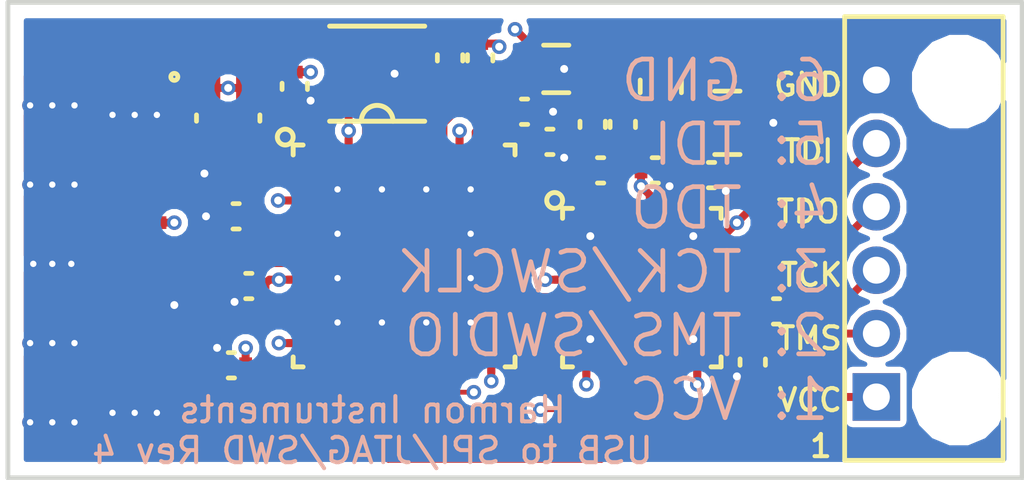
<source format=kicad_pcb>
(kicad_pcb (version 20171130) (host pcbnew "(6.0.0-rc1-dev-431-gc90a3efea-dirty)")

  (general
    (thickness 1.6)
    (drawings 13)
    (tracks 240)
    (zones 0)
    (modules 26)
    (nets 51)
  )

  (page A3)
  (layers
    (0 F.Cu jumper)
    (1 Inner1.Cu signal)
    (2 Inner2.Cu signal)
    (31 B.Cu signal)
    (35 F.Paste user)
    (36 B.SilkS user)
    (37 F.SilkS user)
    (38 B.Mask user)
    (39 F.Mask user)
    (41 Cmts.User user)
    (44 Edge.Cuts user)
    (45 Margin user)
    (46 B.CrtYd user)
    (47 F.CrtYd user)
  )

  (setup
    (last_trace_width 0.2)
    (user_trace_width 0.1524)
    (user_trace_width 0.2)
    (user_trace_width 0.25)
    (user_trace_width 0.3)
    (user_trace_width 0.36)
    (user_trace_width 0.6858)
    (user_trace_width 1)
    (user_trace_width 1.5)
    (trace_clearance 0.154)
    (zone_clearance 0.2)
    (zone_45_only yes)
    (trace_min 0.1524)
    (via_size 0.6858)
    (via_drill 0.3302)
    (via_min_size 0.46)
    (via_min_drill 0.25)
    (user_via 0.46 0.25)
    (user_via 1 0.5)
    (user_via 1.5 1)
    (uvia_size 0.508)
    (uvia_drill 0.127)
    (uvias_allowed no)
    (uvia_min_size 0.508)
    (uvia_min_drill 0.127)
    (edge_width 0.15)
    (segment_width 0.2)
    (pcb_text_width 0.15)
    (pcb_text_size 1 1)
    (mod_edge_width 0.15)
    (mod_text_size 1 1)
    (mod_text_width 0.15)
    (pad_size 1.6 1.6)
    (pad_drill 1)
    (pad_to_mask_clearance 0.0762)
    (solder_mask_min_width 0.1016)
    (aux_axis_origin 0 0)
    (visible_elements FFFFFF7F)
    (pcbplotparams
      (layerselection 0x010f8_ffffffff)
      (usegerberextensions true)
      (usegerberattributes false)
      (usegerberadvancedattributes false)
      (creategerberjobfile false)
      (excludeedgelayer true)
      (linewidth 0.150000)
      (plotframeref false)
      (viasonmask false)
      (mode 1)
      (useauxorigin false)
      (hpglpennumber 1)
      (hpglpenspeed 20)
      (hpglpendiameter 15.000000)
      (psnegative false)
      (psa4output false)
      (plotreference true)
      (plotvalue true)
      (plotinvisibletext false)
      (padsonsilk false)
      (subtractmaskfromsilk true)
      (outputformat 1)
      (mirror false)
      (drillshape 0)
      (scaleselection 1)
      (outputdirectory "./gerber"))
  )

  (net 0 "")
  (net 1 +3.3V)
  (net 2 /EECLK)
  (net 3 /EECS#)
  (net 4 /EEDATA)
  (net 5 /EEDO)
  (net 6 /F_CLK)
  (net 7 /F_CS)
  (net 8 /F_DI)
  (net 9 /F_DO)
  (net 10 /REF)
  (net 11 /VBUS)
  (net 12 /VCCA)
  (net 13 /VCCCORE)
  (net 14 /XI)
  (net 15 GND)
  (net 16 /USB_D-)
  (net 17 /USB_D+)
  (net 18 "Net-(J1-Pad4)")
  (net 19 /~RESET)
  (net 20 /VCCIO)
  (net 21 /TDI)
  (net 22 /TDO)
  (net 23 /TCK)
  (net 24 /TMS)
  (net 25 /1V2)
  (net 26 "Net-(U3-Pad21)")
  (net 27 "Net-(U3-Pad20)")
  (net 28 "Net-(U3-Pad19)")
  (net 29 "Net-(U3-Pad33)")
  (net 30 "Net-(U3-Pad30)")
  (net 31 "Net-(U3-Pad29)")
  (net 32 "Net-(U3-Pad26)")
  (net 33 "Net-(U3-Pad25)")
  (net 34 "Net-(U3-Pad2)")
  (net 35 "Net-(U5-Pad23)")
  (net 36 "Net-(U5-Pad11)")
  (net 37 "Net-(U5-Pad26)")
  (net 38 "Net-(U5-Pad27)")
  (net 39 "Net-(U5-Pad29)")
  (net 40 "Net-(U5-Pad30)")
  (net 41 "Net-(U5-Pad32)")
  (net 42 /TCK1)
  (net 43 /ACBUS7)
  (net 44 /ACBUS4)
  (net 45 /ACBUS3)
  (net 46 /CRESET)
  (net 47 /ACBUS8)
  (net 48 /LED1)
  (net 49 /LED0)
  (net 50 /ADBUS4)

  (net_class Default "This is the default net class."
    (clearance 0.154)
    (trace_width 0.25)
    (via_dia 0.6858)
    (via_drill 0.3302)
    (uvia_dia 0.508)
    (uvia_drill 0.127)
    (add_net +3.3V)
    (add_net /1V2)
    (add_net /ACBUS3)
    (add_net /ACBUS4)
    (add_net /ACBUS7)
    (add_net /ACBUS8)
    (add_net /ADBUS4)
    (add_net /CRESET)
    (add_net /EECLK)
    (add_net /EECS#)
    (add_net /EEDATA)
    (add_net /EEDO)
    (add_net /F_CLK)
    (add_net /F_CS)
    (add_net /F_DI)
    (add_net /F_DO)
    (add_net /LED0)
    (add_net /LED1)
    (add_net /REF)
    (add_net /TCK)
    (add_net /TCK1)
    (add_net /TDI)
    (add_net /TDO)
    (add_net /TMS)
    (add_net /USB_D+)
    (add_net /USB_D-)
    (add_net /VBUS)
    (add_net /VCCA)
    (add_net /VCCCORE)
    (add_net /VCCIO)
    (add_net /XI)
    (add_net /~RESET)
    (add_net GND)
    (add_net "Net-(J1-Pad4)")
    (add_net "Net-(U3-Pad19)")
    (add_net "Net-(U3-Pad2)")
    (add_net "Net-(U3-Pad20)")
    (add_net "Net-(U3-Pad21)")
    (add_net "Net-(U3-Pad25)")
    (add_net "Net-(U3-Pad26)")
    (add_net "Net-(U3-Pad29)")
    (add_net "Net-(U3-Pad30)")
    (add_net "Net-(U3-Pad33)")
    (add_net "Net-(U5-Pad11)")
    (add_net "Net-(U5-Pad23)")
    (add_net "Net-(U5-Pad26)")
    (add_net "Net-(U5-Pad27)")
    (add_net "Net-(U5-Pad29)")
    (add_net "Net-(U5-Pad30)")
    (add_net "Net-(U5-Pad32)")
  )

  (module kicad_pcb:0402_R (layer F.Cu) (tedit 0) (tstamp 5BC6BA0C)
    (at 95.9 169.85 270)
    (path /5BDF7C61)
    (attr smd)
    (fp_text reference R6 (at 0 -1 270) (layer F.SilkS) hide
      (effects (font (size 0.75 0.75) (thickness 0.127)))
    )
    (fp_text value "1 k" (at 0 1.27 270) (layer Cmts.User) hide
      (effects (font (size 1.016 1.016) (thickness 0.127)))
    )
    (fp_line (start -0.1 -0.4) (end 0.1 -0.4) (layer F.SilkS) (width 0.15))
    (fp_line (start -0.1 0.4) (end 0.1 0.4) (layer F.SilkS) (width 0.15))
    (pad 2 smd rect (at 0.45 0 270) (size 0.4 0.5) (layers F.Cu F.Paste F.Mask)
      (net 49 /LED0))
    (pad 1 smd rect (at -0.45 0 270) (size 0.4 0.5) (layers F.Cu F.Paste F.Mask)
      (net 48 /LED1))
    (model ${KISYS3DMOD}/Resistor_SMD.3dshapes/R_0402_1005Metric.wrl
      (at (xyz 0 0 0))
      (scale (xyz 1 1 1))
      (rotate (xyz 0 0 0))
    )
  )

  (module kicad_pcb:0603_led (layer F.Cu) (tedit 5BC16B83) (tstamp 5BC6B95E)
    (at 97.1 168.65 90)
    (path /5BDF7E6F)
    (attr smd)
    (fp_text reference D1 (at 0 -1.27 90) (layer F.SilkS) hide
      (effects (font (size 0.75 0.75) (thickness 0.127)))
    )
    (fp_text value QF838 (at 0 1.27 90) (layer Cmts.User) hide
      (effects (font (size 0.75 0.75) (thickness 0.127)))
    )
    (fp_line (start -0.2 0.65) (end 0.2 0.65) (layer F.SilkS) (width 0.15))
    (fp_line (start -0.2 -0.65) (end 0.2 -0.65) (layer F.SilkS) (width 0.15))
    (pad 2 smd rect (at 0.75 0 90) (size 0.7 0.8) (layers F.Cu F.Paste F.Mask)
      (net 15 GND))
    (pad 1 smd rect (at -0.75 0 90) (size 0.7 0.8) (layers F.Cu F.Paste F.Mask)
      (net 48 /LED1))
    (model ${KISYS3DMOD}/local/LED_0603_1608Metric_Castellated.wrl
      (at (xyz 0 0 0))
      (scale (xyz 1 1 1))
      (rotate (xyz 0 0 0))
    )
  )

  (module kicad_pcb:QFN32_5x5_4V (layer F.Cu) (tedit 0) (tstamp 5BC675FD)
    (at 96.5 175)
    (path /5BD8A1B3)
    (attr smd)
    (fp_text reference U5 (at -1 -3.5) (layer F.SilkS) hide
      (effects (font (size 0.7 0.7) (thickness 0.127)))
    )
    (fp_text value B4CF9 (at 0 1.27) (layer F.SilkS) hide
      (effects (font (size 0.7 0.7) (thickness 0.127)))
    )
    (fp_circle (center -2.75 -2.75) (end -2.75 -2.5) (layer F.SilkS) (width 0.155))
    (fp_line (start -2.5 -2.5) (end -2.5 -2.187) (layer F.SilkS) (width 0.155))
    (fp_line (start -2.5 -2.5) (end -2.187 -2.5) (layer F.SilkS) (width 0.155))
    (fp_line (start -2.5 2.5) (end -2.5 2.187) (layer F.SilkS) (width 0.155))
    (fp_line (start -2.5 2.5) (end -2.187 2.5) (layer F.SilkS) (width 0.155))
    (fp_line (start 2.5 -2.5) (end 2.187 -2.5) (layer F.SilkS) (width 0.155))
    (fp_line (start 2.5 -2.5) (end 2.5 -2.187) (layer F.SilkS) (width 0.155))
    (fp_line (start 2.5 2.5) (end 2.187 2.5) (layer F.SilkS) (width 0.155))
    (fp_line (start 2.5 2.5) (end 2.5 2.187) (layer F.SilkS) (width 0.155))
    (pad 1 smd rect (at -2.425 -1.75) (size 0.7 0.254) (layers F.Cu F.Paste F.Mask)
      (net 47 /ACBUS8))
    (pad 2 smd rect (at -2.425 -1.25) (size 0.7 0.254) (layers F.Cu F.Paste F.Mask)
      (net 43 /ACBUS7))
    (pad 3 smd rect (at -2.425 -0.75) (size 0.7 0.254) (layers F.Cu F.Paste F.Mask)
      (net 15 GND))
    (pad 4 smd rect (at -2.425 -0.25) (size 0.7 0.254) (layers F.Cu F.Paste F.Mask)
      (net 1 +3.3V))
    (pad 5 smd rect (at -2.425 0.25) (size 0.7 0.254) (layers F.Cu F.Paste F.Mask)
      (net 44 /ACBUS4))
    (pad 6 smd rect (at -2.425 0.75) (size 0.7 0.254) (layers F.Cu F.Paste F.Mask)
      (net 45 /ACBUS3))
    (pad 7 smd rect (at -2.425 1.25) (size 0.7 0.254) (layers F.Cu F.Paste F.Mask)
      (net 50 /ADBUS4))
    (pad 8 smd rect (at -2.425 1.75) (size 0.7 0.254) (layers F.Cu F.Paste F.Mask)
      (net 7 /F_CS))
    (pad 17 smd rect (at 2.425 1.75) (size 0.7 0.254) (layers F.Cu F.Paste F.Mask)
      (net 20 /VCCIO))
    (pad 18 smd rect (at 2.425 1.25) (size 0.7 0.254) (layers F.Cu F.Paste F.Mask)
      (net 24 /TMS))
    (pad 19 smd rect (at 2.425 0.75) (size 0.7 0.254) (layers F.Cu F.Paste F.Mask)
      (net 42 /TCK1))
    (pad 20 smd rect (at 2.425 0.25) (size 0.7 0.254) (layers F.Cu F.Paste F.Mask)
      (net 22 /TDO))
    (pad 21 smd rect (at 2.425 -0.25) (size 0.7 0.254) (layers F.Cu F.Paste F.Mask)
      (net 15 GND))
    (pad 22 smd rect (at 2.425 -0.75) (size 0.7 0.254) (layers F.Cu F.Paste F.Mask)
      (net 21 /TDI))
    (pad 23 smd rect (at 2.425 -1.25) (size 0.7 0.254) (layers F.Cu F.Paste F.Mask)
      (net 35 "Net-(U5-Pad23)"))
    (pad 24 smd rect (at 2.425 -1.75) (size 0.7 0.254) (layers F.Cu F.Paste F.Mask)
      (net 1 +3.3V))
    (pad 9 smd rect (at -1.75 2.425) (size 0.254 0.7) (layers F.Cu F.Paste F.Mask)
      (net 1 +3.3V))
    (pad 10 smd rect (at -1.25 2.425) (size 0.254 0.7) (layers F.Cu F.Paste F.Mask)
      (net 46 /CRESET))
    (pad 11 smd rect (at -0.75 2.425) (size 0.254 0.7) (layers F.Cu F.Paste F.Mask)
      (net 36 "Net-(U5-Pad11)"))
    (pad 12 smd rect (at -0.25 2.425) (size 0.254 0.7) (layers F.Cu F.Paste F.Mask)
      (net 8 /F_DI))
    (pad 13 smd rect (at 0.25 2.425) (size 0.254 0.7) (layers F.Cu F.Paste F.Mask)
      (net 9 /F_DO))
    (pad 14 smd rect (at 0.75 2.425) (size 0.254 0.7) (layers F.Cu F.Paste F.Mask)
      (net 15 GND))
    (pad 15 smd rect (at 1.25 2.425) (size 0.254 0.7) (layers F.Cu F.Paste F.Mask)
      (net 6 /F_CLK))
    (pad 16 smd rect (at 1.75 2.425) (size 0.254 0.7) (layers F.Cu F.Paste F.Mask)
      (net 1 +3.3V))
    (pad 25 smd rect (at 1.75 -2.425) (size 0.254 0.7) (layers F.Cu F.Paste F.Mask)
      (net 25 /1V2))
    (pad 26 smd rect (at 1.25 -2.425) (size 0.254 0.7) (layers F.Cu F.Paste F.Mask)
      (net 37 "Net-(U5-Pad26)"))
    (pad 27 smd rect (at 0.75 -2.425) (size 0.254 0.7) (layers F.Cu F.Paste F.Mask)
      (net 38 "Net-(U5-Pad27)"))
    (pad 28 smd rect (at 0.25 -2.425) (size 0.254 0.7) (layers F.Cu F.Paste F.Mask)
      (net 1 +3.3V))
    (pad 29 smd rect (at -0.25 -2.425) (size 0.254 0.7) (layers F.Cu F.Paste F.Mask)
      (net 39 "Net-(U5-Pad29)"))
    (pad 30 smd rect (at -0.75 -2.425) (size 0.254 0.7) (layers F.Cu F.Paste F.Mask)
      (net 40 "Net-(U5-Pad30)"))
    (pad 31 smd rect (at -1.25 -2.425) (size 0.254 0.7) (layers F.Cu F.Paste F.Mask)
      (net 49 /LED0))
    (pad 32 smd rect (at -1.75 -2.425) (size 0.254 0.7) (layers F.Cu F.Paste F.Mask)
      (net 41 "Net-(U5-Pad32)"))
    (pad 33 smd rect (at 0 0) (size 3.75 3.75) (layers F.Cu F.Mask)
      (net 15 GND) (solder_mask_margin -0.3))
    (pad 33 smd rect (at -0.7875 -0.7875) (size 1.113693 1.113693) (layers F.Cu F.Paste F.Mask)
      (net 15 GND))
    (pad 33 smd rect (at -0.7875 0.7875) (size 1.113693 1.113693) (layers F.Cu F.Paste F.Mask)
      (net 15 GND))
    (pad 33 smd rect (at 0.7875 -0.7875) (size 1.113693 1.113693) (layers F.Cu F.Paste F.Mask)
      (net 15 GND))
    (pad 33 smd rect (at 0.7875 0.7875) (size 1.113693 1.113693) (layers F.Cu F.Paste F.Mask)
      (net 15 GND))
    (pad 33 thru_hole circle (at -1.625 -1.625) (size 0.5 0.5) (drill 0.25) (layers *.Cu *.Mask)
      (net 15 GND) (solder_mask_margin -0.1) (zone_connect 2))
    (pad 33 thru_hole circle (at -1.625 1.625) (size 0.5 0.5) (drill 0.25) (layers *.Cu *.Mask)
      (net 15 GND) (solder_mask_margin -0.1) (zone_connect 2))
    (pad 33 thru_hole circle (at 1.625 -1.625) (size 0.5 0.5) (drill 0.25) (layers *.Cu *.Mask)
      (net 15 GND) (solder_mask_margin -0.1) (zone_connect 2))
    (pad 33 thru_hole circle (at 1.625 1.625) (size 0.5 0.5) (drill 0.25) (layers *.Cu *.Mask)
      (net 15 GND) (solder_mask_margin -0.1) (zone_connect 2))
    (model ${KISYS3DMOD}/Package_DFN_QFN.3dshapes/QFN-32-1EP_5x5mm_P0.5mm_EP3.45x3.45mm.wrl
      (at (xyz 0 0 0))
      (scale (xyz 1 1 1))
      (rotate (xyz 0 0 0))
    )
  )

  (module kicad_pcb:SC70-5 (layer F.Cu) (tedit 0) (tstamp 5BC65F9E)
    (at 99.2 169.8 180)
    (descr DocString)
    (tags Keywords)
    (path /5BD8A3E0)
    (attr smd)
    (fp_text reference U4 (at 2.8 -0.25) (layer F.SilkS) hide
      (effects (font (size 0.7 0.7) (thickness 0.127)))
    )
    (fp_text value 6DXQ7 (at 0 1.27 180) (layer F.SilkS) hide
      (effects (font (size 0.7 0.7) (thickness 0.127)))
    )
    (fp_line (start -0.4 -1) (end 0.4 -1) (layer F.SilkS) (width 0.15))
    (fp_line (start -0.4 1) (end 0.4 1) (layer F.SilkS) (width 0.15))
    (pad 1 smd rect (at -0.95 -0.65 180) (size 0.5 0.4) (layers F.Cu F.Paste F.Mask)
      (net 1 +3.3V))
    (pad 2 smd rect (at -0.95 0 180) (size 0.5 0.4) (layers F.Cu F.Paste F.Mask)
      (net 15 GND))
    (pad 3 smd rect (at -0.95 0.65 180) (size 0.5 0.4) (layers F.Cu F.Paste F.Mask)
      (net 1 +3.3V))
    (pad 4 smd rect (at 0.95 0.65 180) (size 0.5 0.4) (layers F.Cu F.Paste F.Mask))
    (pad 5 smd rect (at 0.95 -0.65 180) (size 0.5 0.4) (layers F.Cu F.Paste F.Mask)
      (net 25 /1V2))
    (model ${KISYS3DMOD}/Package_TO_SOT_SMD.3dshapes/SOT-353_SC-70-5.wrl
      (at (xyz 0 0 0))
      (scale (xyz 1 1 1))
      (rotate (xyz 0 0 0))
    )
  )

  (module kicad_pcb:osc_2.5x2 (layer F.Cu) (tedit 5BC170E0) (tstamp 5BBCD029)
    (at 83.45 169.65)
    (descr DocString)
    (tags Keywords)
    (path /5BBD4DC9)
    (attr smd)
    (fp_text reference U2 (at 0 -1.27) (layer F.SilkS) hide
      (effects (font (size 0.7 0.7) (thickness 0.127)))
    )
    (fp_text value JPPQ9 (at 0 1.27) (layer F.SilkS) hide
      (effects (font (size 0.7 0.7) (thickness 0.127)))
    )
    (fp_line (start 1 -0.1) (end 1 0.1) (layer F.SilkS) (width 0.15))
    (fp_line (start -1 -0.1) (end -1 0.1) (layer F.SilkS) (width 0.15))
    (fp_circle (center -1.7 -1.3) (end -1.6 -1.25) (layer F.SilkS) (width 0.15))
    (pad 4 smd rect (at 0.75 -0.95) (size 1 1.1) (layers F.Cu F.Paste F.Mask)
      (net 1 +3.3V) (zone_connect 2))
    (pad 3 smd rect (at 0.75 0.95) (size 1 1.1) (layers F.Cu F.Paste F.Mask)
      (net 14 /XI) (zone_connect 2))
    (pad 2 smd rect (at -0.75 0.95) (size 1 1.1) (layers F.Cu F.Paste F.Mask)
      (net 15 GND) (zone_connect 2))
    (pad 1 smd rect (at -0.75 -0.95) (size 1 1.1) (layers F.Cu F.Paste F.Mask)
      (net 1 +3.3V) (zone_connect 2))
    (model /home/dlharmon/vna/library/3d/MEMS_OSC_2.5x2.step
      (offset (xyz 0 0 0.4))
      (scale (xyz 1 1 1))
      (rotate (xyz -90 0 90))
    )
  )

  (module kicad_pcb:tooling_hole_2.55 (layer F.Cu) (tedit 5B9F06B0) (tstamp 5BB94C86)
    (at 106.5 178.5)
    (descr DocString)
    (tags Keywords)
    (path /5BBFA181)
    (attr virtual)
    (fp_text reference TH2 (at 0.1 -0.8) (layer F.SilkS) hide
      (effects (font (size 0.7 0.7) (thickness 0.127)))
    )
    (fp_text value tooling_hole (at 0 1.27) (layer F.SilkS) hide
      (effects (font (size 0.7 0.7) (thickness 0.127)))
    )
    (pad "" np_thru_hole circle (at 0 0) (size 2.55 2.55) (drill 2.55) (layers *.Cu *.Paste *.Mask)
      (zone_connect 2))
  )

  (module kicad_pcb:tooling_hole_2.55 (layer F.Cu) (tedit 5B9F06B0) (tstamp 5BB94C81)
    (at 106.5 168.5)
    (descr DocString)
    (tags Keywords)
    (path /5BBFA045)
    (attr virtual)
    (fp_text reference TH1 (at 0.1 -0.8) (layer F.SilkS) hide
      (effects (font (size 0.7 0.7) (thickness 0.127)))
    )
    (fp_text value tooling_hole (at 0 1.27) (layer F.SilkS) hide
      (effects (font (size 0.7 0.7) (thickness 0.127)))
    )
    (pad "" np_thru_hole circle (at 0 0) (size 2.55 2.55) (drill 2.55) (layers *.Cu *.Paste *.Mask)
      (zone_connect 2))
  )

  (module kicad_pcb:0402 (layer F.Cu) (tedit 0) (tstamp 5BC65E6F)
    (at 98.7 171.45)
    (path /5BD9421E)
    (attr smd)
    (fp_text reference C8 (at 0 -1) (layer F.SilkS) hide
      (effects (font (size 0.75 0.75) (thickness 0.127)))
    )
    (fp_text value "1 uF" (at 0 1.27) (layer Cmts.User) hide
      (effects (font (size 1.016 1.016) (thickness 0.127)))
    )
    (fp_line (start -0.1 0.4) (end 0.1 0.4) (layer F.SilkS) (width 0.15))
    (fp_line (start -0.1 -0.4) (end 0.1 -0.4) (layer F.SilkS) (width 0.15))
    (pad 1 smd rect (at -0.45 0) (size 0.4 0.5) (layers F.Cu F.Paste F.Mask)
      (net 25 /1V2))
    (pad 2 smd rect (at 0.45 0) (size 0.4 0.5) (layers F.Cu F.Paste F.Mask)
      (net 15 GND))
    (model ${KISYS3DMOD}/Capacitor_SMD.3dshapes/C_0402_1005Metric.wrl
      (at (xyz 0 0 0))
      (scale (xyz 1 1 1))
      (rotate (xyz 0 0 0))
    )
  )

  (module kicad_pcb:0402 (layer F.Cu) (tedit 0) (tstamp 51C3B176)
    (at 83.55 177.45 180)
    (path /5BC1AA89)
    (attr smd)
    (fp_text reference C5 (at 0 -1 180) (layer F.SilkS) hide
      (effects (font (size 0.75 0.75) (thickness 0.127)))
    )
    (fp_text value "1 uF" (at 0 1.27 180) (layer Cmts.User) hide
      (effects (font (size 1.016 1.016) (thickness 0.127)))
    )
    (fp_line (start -0.1 0.4) (end 0.1 0.4) (layer F.SilkS) (width 0.15))
    (fp_line (start -0.1 -0.4) (end 0.1 -0.4) (layer F.SilkS) (width 0.15))
    (pad 1 smd rect (at -0.45 0 180) (size 0.4 0.5) (layers F.Cu F.Paste F.Mask)
      (net 1 +3.3V))
    (pad 2 smd rect (at 0.45 0 180) (size 0.4 0.5) (layers F.Cu F.Paste F.Mask)
      (net 15 GND))
    (model ${KISYS3DMOD}/Capacitor_SMD.3dshapes/C_0402_1005Metric.wrl
      (at (xyz 0 0 0))
      (scale (xyz 1 1 1))
      (rotate (xyz 0 0 0))
    )
  )

  (module kicad_pcb:USB_micro_B (layer F.Cu) (tedit 5BBEC2A5) (tstamp 51C26A21)
    (at 76.5 174.25 270)
    (descr DocString)
    (tags Keywords)
    (path /5BB93303)
    (zone_connect 2)
    (attr smd)
    (fp_text reference J1 (at -5.6 -3.4) (layer F.SilkS) hide
      (effects (font (size 0.8 0.8) (thickness 0.127)))
    )
    (fp_text value JVWW9 (at -0.25 -2.55 270) (layer Cmts.User) hide
      (effects (font (size 1.016 1.016) (thickness 0.127)))
    )
    (pad 5 thru_hole circle (at -4.7 -4 270) (size 0.5 0.5) (drill 0.2) (layers *.Cu *.Mask)
      (net 15 GND) (solder_mask_margin -0.1) (zone_connect 2))
    (pad 5 thru_hole circle (at -4.7 -3.3 270) (size 0.5 0.5) (drill 0.2) (layers *.Cu *.Mask)
      (net 15 GND) (solder_mask_margin -0.1) (zone_connect 2))
    (pad 5 thru_hole circle (at -4.7 -4.7 270) (size 0.5 0.5) (drill 0.2) (layers *.Cu *.Mask)
      (net 15 GND) (solder_mask_margin -0.1) (zone_connect 2))
    (pad 5 thru_hole circle (at 4.7 -4.7 270) (size 0.5 0.5) (drill 0.2) (layers *.Cu *.Mask)
      (net 15 GND) (solder_mask_margin -0.1) (zone_connect 2))
    (pad 5 thru_hole circle (at 4.7 -3.3 270) (size 0.5 0.5) (drill 0.2) (layers *.Cu *.Mask)
      (net 15 GND) (solder_mask_margin -0.1) (zone_connect 2))
    (pad 5 thru_hole circle (at 4.7 -4 270) (size 0.5 0.5) (drill 0.2) (layers *.Cu *.Mask)
      (net 15 GND) (solder_mask_margin -0.1) (zone_connect 2))
    (pad 5 thru_hole circle (at 5 -0.7 270) (size 0.5 0.5) (drill 0.2) (layers *.Cu *.Mask)
      (net 15 GND) (solder_mask_margin -0.1) (zone_connect 2))
    (pad 5 thru_hole circle (at 5 -1.4 270) (size 0.5 0.5) (drill 0.2) (layers *.Cu *.Mask)
      (net 15 GND) (solder_mask_margin -0.1) (zone_connect 2))
    (pad 5 thru_hole circle (at 5 -2.1 270) (size 0.5 0.5) (drill 0.2) (layers *.Cu *.Mask)
      (net 15 GND) (solder_mask_margin -0.1) (zone_connect 2))
    (pad 5 thru_hole circle (at -5 -0.7 270) (size 0.5 0.5) (drill 0.2) (layers *.Cu *.Mask)
      (net 15 GND) (solder_mask_margin -0.1) (zone_connect 2))
    (pad 5 thru_hole circle (at -5 -1.4 270) (size 0.5 0.5) (drill 0.2) (layers *.Cu *.Mask)
      (net 15 GND) (solder_mask_margin -0.1) (zone_connect 2))
    (pad 5 thru_hole circle (at -5 -2.1 270) (size 0.5 0.5) (drill 0.2) (layers *.Cu *.Mask)
      (net 15 GND) (solder_mask_margin -0.1) (zone_connect 2))
    (pad 5 smd rect (at 3.1 -4.2 270) (size 2.1 1.6) (layers F.Cu F.Paste F.Mask)
      (net 15 GND) (zone_connect 2))
    (pad 5 smd rect (at -3.1 -4.2 270) (size 2.1 1.6) (layers F.Cu F.Paste F.Mask)
      (net 15 GND) (zone_connect 2))
    (pad 5 thru_hole circle (at 2.5 -1.4 270) (size 0.5 0.5) (drill 0.2) (layers *.Cu *.Mask)
      (net 15 GND) (solder_mask_margin -0.1) (zone_connect 2))
    (pad 5 thru_hole circle (at 2.5 -0.7 270) (size 0.5 0.5) (drill 0.2) (layers *.Cu *.Mask)
      (net 15 GND) (solder_mask_margin -0.1) (zone_connect 2))
    (pad 5 thru_hole circle (at 2.5 -2.1 270) (size 0.5 0.5) (drill 0.2) (layers *.Cu *.Mask)
      (net 15 GND) (solder_mask_margin -0.1) (zone_connect 2))
    (pad 5 thru_hole circle (at -2.5 -0.7 270) (size 0.5 0.5) (drill 0.2) (layers *.Cu *.Mask)
      (net 15 GND) (solder_mask_margin -0.1) (zone_connect 2))
    (pad 5 thru_hole circle (at -2.5 -2.1 270) (size 0.5 0.5) (drill 0.2) (layers *.Cu *.Mask)
      (net 15 GND) (solder_mask_margin -0.1) (zone_connect 2))
    (pad 5 thru_hole circle (at -2.5 -1.4 270) (size 0.5 0.5) (drill 0.2) (layers *.Cu *.Mask)
      (net 15 GND) (solder_mask_margin -0.1) (zone_connect 2))
    (pad 5 thru_hole circle (at 0 -1.4 270) (size 0.5 0.5) (drill 0.2) (layers *.Cu *.Mask)
      (net 15 GND) (solder_mask_margin -0.1) (zone_connect 2))
    (pad 5 smd rect (at -3.8 -1.45 270) (size 1.8 1.9) (layers F.Cu F.Paste F.Mask)
      (net 15 GND) (zone_connect 2))
    (pad 5 smd rect (at 3.8 -1.45 270) (size 1.8 1.9) (layers F.Cu F.Paste F.Mask)
      (net 15 GND) (zone_connect 2))
    (pad 5 thru_hole circle (at 0 -0.8 270) (size 0.5 0.5) (drill 0.2) (layers *.Cu *.Mask)
      (net 15 GND) (solder_mask_margin -0.1) (zone_connect 2))
    (pad 5 thru_hole circle (at 0 -2 270) (size 0.5 0.5) (drill 0.2) (layers *.Cu *.Mask)
      (net 15 GND) (solder_mask_margin -0.1) (zone_connect 2))
    (pad 5 smd rect (at 1.2 -1.45 270) (size 1.9 1.9) (layers F.Cu F.Paste F.Mask)
      (net 15 GND) (zone_connect 2))
    (pad 5 smd rect (at 1.3 -4.325 270) (size 0.4 1.35) (layers F.Cu F.Paste F.Mask)
      (net 15 GND) (zone_connect 2))
    (pad 2 smd rect (at -0.65 -4.325 270) (size 0.4 1.35) (layers F.Cu F.Paste F.Mask)
      (net 16 /USB_D-) (zone_connect 2))
    (pad 1 smd rect (at -1.3 -4.325 270) (size 0.4 1.35) (layers F.Cu F.Paste F.Mask)
      (net 11 /VBUS) (zone_connect 2))
    (pad 4 smd rect (at 0.65 -4.325 270) (size 0.4 1.35) (layers F.Cu F.Paste F.Mask)
      (net 18 "Net-(J1-Pad4)") (zone_connect 2))
    (pad 3 smd rect (at 0 -4.325 270) (size 0.4 1.35) (layers F.Cu F.Paste F.Mask)
      (net 17 /USB_D+) (zone_connect 2))
    (pad 5 smd rect (at -1.2 -1.45 270) (size 1.9 1.9) (layers F.Cu F.Paste F.Mask)
      (net 15 GND) (zone_connect 2))
    (model /home/dlharmon/vna/library/3d/MicroUSB.stp
      (offset (xyz -98 4.6 -0.5))
      (scale (xyz 1 1 1))
      (rotate (xyz -90 0 0))
    )
  )

  (module kicad_pcb:0402_R (layer F.Cu) (tedit 0) (tstamp 51C38CFC)
    (at 100.75 175.75 180)
    (path /51C3700F)
    (attr smd)
    (fp_text reference R5 (at 0 -1 180) (layer F.SilkS) hide
      (effects (font (size 0.75 0.75) (thickness 0.127)))
    )
    (fp_text value 33 (at 0 1.27 180) (layer Cmts.User) hide
      (effects (font (size 1.016 1.016) (thickness 0.127)))
    )
    (fp_line (start -0.1 -0.4) (end 0.1 -0.4) (layer F.SilkS) (width 0.15))
    (fp_line (start -0.1 0.4) (end 0.1 0.4) (layer F.SilkS) (width 0.15))
    (pad 2 smd rect (at 0.45 0 180) (size 0.4 0.5) (layers F.Cu F.Paste F.Mask)
      (net 42 /TCK1))
    (pad 1 smd rect (at -0.45 0 180) (size 0.4 0.5) (layers F.Cu F.Paste F.Mask)
      (net 23 /TCK))
    (model ${KISYS3DMOD}/Resistor_SMD.3dshapes/R_0402_1005Metric.wrl
      (at (xyz 0 0 0))
      (scale (xyz 1 1 1))
      (rotate (xyz 0 0 0))
    )
  )

  (module kicad_pcb:0402_R (layer F.Cu) (tedit 0) (tstamp 51C235EE)
    (at 83.7 172.75 180)
    (path /51C21495)
    (attr smd)
    (fp_text reference R4 (at 0 -1 180) (layer F.SilkS) hide
      (effects (font (size 0.75 0.75) (thickness 0.127)))
    )
    (fp_text value "12 k" (at 0 1.27 180) (layer Cmts.User) hide
      (effects (font (size 1.016 1.016) (thickness 0.127)))
    )
    (fp_line (start -0.1 -0.4) (end 0.1 -0.4) (layer F.SilkS) (width 0.15))
    (fp_line (start -0.1 0.4) (end 0.1 0.4) (layer F.SilkS) (width 0.15))
    (pad 2 smd rect (at 0.45 0 180) (size 0.4 0.5) (layers F.Cu F.Paste F.Mask)
      (net 15 GND))
    (pad 1 smd rect (at -0.45 0 180) (size 0.4 0.5) (layers F.Cu F.Paste F.Mask)
      (net 10 /REF))
    (model ${KISYS3DMOD}/Resistor_SMD.3dshapes/R_0402_1005Metric.wrl
      (at (xyz 0 0 0))
      (scale (xyz 1 1 1))
      (rotate (xyz 0 0 0))
    )
  )

  (module kicad_pcb:0402_R (layer F.Cu) (tedit 0) (tstamp 51C26C7A)
    (at 95.2 171.3 180)
    (path /51C20E9F)
    (attr smd)
    (fp_text reference R3 (at 0 -1 180) (layer F.SilkS) hide
      (effects (font (size 0.75 0.75) (thickness 0.127)))
    )
    (fp_text value "12 k" (at 0 1.27 180) (layer Cmts.User) hide
      (effects (font (size 1.016 1.016) (thickness 0.127)))
    )
    (fp_line (start -0.1 -0.4) (end 0.1 -0.4) (layer F.SilkS) (width 0.15))
    (fp_line (start -0.1 0.4) (end 0.1 0.4) (layer F.SilkS) (width 0.15))
    (pad 2 smd rect (at 0.45 0 180) (size 0.4 0.5) (layers F.Cu F.Paste F.Mask)
      (net 19 /~RESET))
    (pad 1 smd rect (at -0.45 0 180) (size 0.4 0.5) (layers F.Cu F.Paste F.Mask)
      (net 1 +3.3V))
    (model ${KISYS3DMOD}/Resistor_SMD.3dshapes/R_0402_1005Metric.wrl
      (at (xyz 0 0 0))
      (scale (xyz 1 1 1))
      (rotate (xyz 0 0 0))
    )
  )

  (module kicad_pcb:0402_R (layer F.Cu) (tedit 0) (tstamp 51C235DE)
    (at 90.45 167.75 90)
    (path /51C21D79)
    (attr smd)
    (fp_text reference R1 (at 0 -1 90) (layer F.SilkS) hide
      (effects (font (size 0.75 0.75) (thickness 0.127)))
    )
    (fp_text value "1 k" (at 0 1.27 90) (layer Cmts.User) hide
      (effects (font (size 1.016 1.016) (thickness 0.127)))
    )
    (fp_line (start -0.1 -0.4) (end 0.1 -0.4) (layer F.SilkS) (width 0.15))
    (fp_line (start -0.1 0.4) (end 0.1 0.4) (layer F.SilkS) (width 0.15))
    (pad 2 smd rect (at 0.45 0 90) (size 0.4 0.5) (layers F.Cu F.Paste F.Mask)
      (net 4 /EEDATA))
    (pad 1 smd rect (at -0.45 0 90) (size 0.4 0.5) (layers F.Cu F.Paste F.Mask)
      (net 5 /EEDO))
    (model ${KISYS3DMOD}/Resistor_SMD.3dshapes/R_0402_1005Metric.wrl
      (at (xyz 0 0 0))
      (scale (xyz 1 1 1))
      (rotate (xyz 0 0 0))
    )
  )

  (module kicad_pcb:0402_R (layer F.Cu) (tedit 0) (tstamp 51C34549)
    (at 91.4 167.75 270)
    (path /51C34A20)
    (attr smd)
    (fp_text reference R2 (at 0 -1 270) (layer F.SilkS) hide
      (effects (font (size 0.75 0.75) (thickness 0.127)))
    )
    (fp_text value "12 k" (at 0 1.27 270) (layer Cmts.User) hide
      (effects (font (size 1.016 1.016) (thickness 0.127)))
    )
    (fp_line (start -0.1 -0.4) (end 0.1 -0.4) (layer F.SilkS) (width 0.15))
    (fp_line (start -0.1 0.4) (end 0.1 0.4) (layer F.SilkS) (width 0.15))
    (pad 2 smd rect (at 0.45 0 270) (size 0.4 0.5) (layers F.Cu F.Paste F.Mask)
      (net 5 /EEDO))
    (pad 1 smd rect (at -0.45 0 270) (size 0.4 0.5) (layers F.Cu F.Paste F.Mask)
      (net 1 +3.3V))
    (model ${KISYS3DMOD}/Resistor_SMD.3dshapes/R_0402_1005Metric.wrl
      (at (xyz 0 0 0))
      (scale (xyz 1 1 1))
      (rotate (xyz 0 0 0))
    )
  )

  (module kicad_pcb:DF3_6 (layer F.Cu) (tedit 0) (tstamp 5BB978C0)
    (at 103.9 173.45 180)
    (descr DocString)
    (tags Keywords)
    (path /5BC4D743)
    (attr smd)
    (fp_text reference P1 (at -2.15 -0.2 180) (layer F.SilkS) hide
      (effects (font (size 0.7 0.7) (thickness 0.127)))
    )
    (fp_text value DF3_6 (at 0 1.27 180) (layer F.SilkS) hide
      (effects (font (size 0.7 0.7) (thickness 0.127)))
    )
    (fp_line (start 1 -7) (end 1 7) (layer F.SilkS) (width 0.15))
    (fp_line (start -4 -7) (end 1 -7) (layer F.SilkS) (width 0.15))
    (fp_line (start -4 7) (end -4 -7) (layer F.SilkS) (width 0.15))
    (fp_line (start 1 7) (end -4 7) (layer F.SilkS) (width 0.15))
    (pad 6 thru_hole circle (at 0 5 180) (size 1.5 1.5) (drill 0.85) (layers *.Cu *.Mask)
      (net 15 GND))
    (pad 5 thru_hole circle (at 0 3 180) (size 1.5 1.5) (drill 0.85) (layers *.Cu *.Mask)
      (net 21 /TDI))
    (pad 4 thru_hole circle (at 0 1 180) (size 1.5 1.5) (drill 0.85) (layers *.Cu *.Mask)
      (net 22 /TDO))
    (pad 3 thru_hole circle (at 0 -1 180) (size 1.5 1.5) (drill 0.85) (layers *.Cu *.Mask)
      (net 23 /TCK))
    (pad 2 thru_hole circle (at 0 -3 180) (size 1.5 1.5) (drill 0.85) (layers *.Cu *.Mask)
      (net 24 /TMS))
    (pad 1 thru_hole rect (at 0 -5 180) (size 1.5 1.5) (drill 0.85) (layers *.Cu *.Mask)
      (net 20 /VCCIO))
  )

  (module kicad_pcb:0402 (layer F.Cu) (tedit 0) (tstamp 51C26C73)
    (at 94.95 169.85 90)
    (path /51C34125)
    (attr smd)
    (fp_text reference C6 (at 0.5 1 90) (layer F.SilkS) hide
      (effects (font (size 0.75 0.75) (thickness 0.127)))
    )
    (fp_text value "100 nF" (at 0 1.27 90) (layer Cmts.User) hide
      (effects (font (size 1.016 1.016) (thickness 0.127)))
    )
    (fp_line (start -0.1 0.4) (end 0.1 0.4) (layer F.SilkS) (width 0.15))
    (fp_line (start -0.1 -0.4) (end 0.1 -0.4) (layer F.SilkS) (width 0.15))
    (pad 1 smd rect (at -0.45 0 90) (size 0.4 0.5) (layers F.Cu F.Paste F.Mask)
      (net 19 /~RESET))
    (pad 2 smd rect (at 0.45 0 90) (size 0.4 0.5) (layers F.Cu F.Paste F.Mask)
      (net 15 GND))
    (model ${KISYS3DMOD}/Capacitor_SMD.3dshapes/C_0402_1005Metric.wrl
      (at (xyz 0 0 0))
      (scale (xyz 1 1 1))
      (rotate (xyz 0 0 0))
    )
  )

  (module kicad_pcb:0402 (layer F.Cu) (tedit 0) (tstamp 51C23568)
    (at 84.1 174.95 180)
    (path /51C23BD0)
    (attr smd)
    (fp_text reference C1 (at 0 -1 180) (layer F.SilkS) hide
      (effects (font (size 0.75 0.75) (thickness 0.127)))
    )
    (fp_text value "1 uF" (at 0 1.27 180) (layer Cmts.User) hide
      (effects (font (size 1.016 1.016) (thickness 0.127)))
    )
    (fp_line (start -0.1 0.4) (end 0.1 0.4) (layer F.SilkS) (width 0.15))
    (fp_line (start -0.1 -0.4) (end 0.1 -0.4) (layer F.SilkS) (width 0.15))
    (pad 1 smd rect (at -0.45 0 180) (size 0.4 0.5) (layers F.Cu F.Paste F.Mask)
      (net 1 +3.3V))
    (pad 2 smd rect (at 0.45 0 180) (size 0.4 0.5) (layers F.Cu F.Paste F.Mask)
      (net 15 GND))
    (model ${KISYS3DMOD}/Capacitor_SMD.3dshapes/C_0402_1005Metric.wrl
      (at (xyz 0 0 0))
      (scale (xyz 1 1 1))
      (rotate (xyz 0 0 0))
    )
  )

  (module kicad_pcb:0402 (layer F.Cu) (tedit 0) (tstamp 51C23570)
    (at 85.55 168.65 270)
    (path /51C23BEF)
    (attr smd)
    (fp_text reference C2 (at -0.25 0.75 270) (layer F.SilkS) hide
      (effects (font (size 0.75 0.75) (thickness 0.127)))
    )
    (fp_text value "1 uF" (at 0 1.27 270) (layer Cmts.User) hide
      (effects (font (size 1.016 1.016) (thickness 0.127)))
    )
    (fp_line (start -0.1 0.4) (end 0.1 0.4) (layer F.SilkS) (width 0.15))
    (fp_line (start -0.1 -0.4) (end 0.1 -0.4) (layer F.SilkS) (width 0.15))
    (pad 1 smd rect (at -0.45 0 270) (size 0.4 0.5) (layers F.Cu F.Paste F.Mask)
      (net 1 +3.3V))
    (pad 2 smd rect (at 0.45 0 270) (size 0.4 0.5) (layers F.Cu F.Paste F.Mask)
      (net 15 GND))
    (model ${KISYS3DMOD}/Capacitor_SMD.3dshapes/C_0402_1005Metric.wrl
      (at (xyz 0 0 0))
      (scale (xyz 1 1 1))
      (rotate (xyz 0 0 0))
    )
  )

  (module kicad_pcb:0402 (layer F.Cu) (tedit 0) (tstamp 51C23580)
    (at 96.925 171.3)
    (path /51C23BFC)
    (attr smd)
    (fp_text reference C3 (at 2.5 0) (layer F.SilkS) hide
      (effects (font (size 0.75 0.75) (thickness 0.127)))
    )
    (fp_text value "1 uF" (at 0 1.27) (layer Cmts.User) hide
      (effects (font (size 1.016 1.016) (thickness 0.127)))
    )
    (fp_line (start -0.1 0.4) (end 0.1 0.4) (layer F.SilkS) (width 0.15))
    (fp_line (start -0.1 -0.4) (end 0.1 -0.4) (layer F.SilkS) (width 0.15))
    (pad 1 smd rect (at -0.45 0) (size 0.4 0.5) (layers F.Cu F.Paste F.Mask)
      (net 1 +3.3V))
    (pad 2 smd rect (at 0.45 0) (size 0.4 0.5) (layers F.Cu F.Paste F.Mask)
      (net 15 GND))
    (model ${KISYS3DMOD}/Capacitor_SMD.3dshapes/C_0402_1005Metric.wrl
      (at (xyz 0 0 0))
      (scale (xyz 1 1 1))
      (rotate (xyz 0 0 0))
    )
  )

  (module kicad_pcb:0402 (layer F.Cu) (tedit 0) (tstamp 51C235B2)
    (at 92.8 169.45)
    (path /51C34278)
    (attr smd)
    (fp_text reference C7 (at 2.25 0) (layer F.SilkS) hide
      (effects (font (size 0.75 0.75) (thickness 0.127)))
    )
    (fp_text value "100 nF" (at 0 1.27) (layer Cmts.User) hide
      (effects (font (size 1.016 1.016) (thickness 0.127)))
    )
    (fp_line (start -0.1 0.4) (end 0.1 0.4) (layer F.SilkS) (width 0.15))
    (fp_line (start -0.1 -0.4) (end 0.1 -0.4) (layer F.SilkS) (width 0.15))
    (pad 1 smd rect (at -0.45 0) (size 0.4 0.5) (layers F.Cu F.Paste F.Mask)
      (net 13 /VCCCORE))
    (pad 2 smd rect (at 0.45 0) (size 0.4 0.5) (layers F.Cu F.Paste F.Mask)
      (net 15 GND))
    (model ${KISYS3DMOD}/Capacitor_SMD.3dshapes/C_0402_1005Metric.wrl
      (at (xyz 0 0 0))
      (scale (xyz 1 1 1))
      (rotate (xyz 0 0 0))
    )
  )

  (module kicad_pcb:0402 (layer F.Cu) (tedit 0) (tstamp 51C235BA)
    (at 93.6 170.4)
    (path /51C34280)
    (attr smd)
    (fp_text reference C9 (at 2.25 0) (layer F.SilkS) hide
      (effects (font (size 0.75 0.75) (thickness 0.127)))
    )
    (fp_text value "100 nF" (at 0 1.27) (layer Cmts.User) hide
      (effects (font (size 1.016 1.016) (thickness 0.127)))
    )
    (fp_line (start -0.1 0.4) (end 0.1 0.4) (layer F.SilkS) (width 0.15))
    (fp_line (start -0.1 -0.4) (end 0.1 -0.4) (layer F.SilkS) (width 0.15))
    (pad 1 smd rect (at -0.45 0) (size 0.4 0.5) (layers F.Cu F.Paste F.Mask)
      (net 12 /VCCA))
    (pad 2 smd rect (at 0.45 0) (size 0.4 0.5) (layers F.Cu F.Paste F.Mask)
      (net 15 GND))
    (model ${KISYS3DMOD}/Capacitor_SMD.3dshapes/C_0402_1005Metric.wrl
      (at (xyz 0 0 0))
      (scale (xyz 1 1 1))
      (rotate (xyz 0 0 0))
    )
  )

  (module kicad_pcb:0402 (layer F.Cu) (tedit 0) (tstamp 51C3B17E)
    (at 100 177.35 270)
    (path /51C3BA63)
    (attr smd)
    (fp_text reference C10 (at 0 -1 270) (layer F.SilkS) hide
      (effects (font (size 0.75 0.75) (thickness 0.127)))
    )
    (fp_text value "100 nF" (at 0 1.27 270) (layer Cmts.User) hide
      (effects (font (size 1.016 1.016) (thickness 0.127)))
    )
    (fp_line (start -0.1 0.4) (end 0.1 0.4) (layer F.SilkS) (width 0.15))
    (fp_line (start -0.1 -0.4) (end 0.1 -0.4) (layer F.SilkS) (width 0.15))
    (pad 1 smd rect (at -0.45 0 270) (size 0.4 0.5) (layers F.Cu F.Paste F.Mask)
      (net 20 /VCCIO))
    (pad 2 smd rect (at 0.45 0 270) (size 0.4 0.5) (layers F.Cu F.Paste F.Mask)
      (net 15 GND))
    (model ${KISYS3DMOD}/Capacitor_SMD.3dshapes/C_0402_1005Metric.wrl
      (at (xyz 0 0 0))
      (scale (xyz 1 1 1))
      (rotate (xyz 0 0 0))
    )
  )

  (module kicad_pcb:0805 (layer F.Cu) (tedit 54DCFFA6) (tstamp 51C23592)
    (at 93.8 168.1)
    (path /51C20C75)
    (attr smd)
    (fp_text reference C4 (at 3 0) (layer F.SilkS) hide
      (effects (font (size 0.75 0.75) (thickness 0.127)))
    )
    (fp_text value "10 uF" (at 0 1.27) (layer Cmts.User) hide
      (effects (font (size 0.75 0.75) (thickness 0.127)))
    )
    (fp_line (start 0.4 0.75) (end -0.4 0.75) (layer F.SilkS) (width 0.15))
    (fp_line (start -0.4 -0.75) (end 0.4 -0.75) (layer F.SilkS) (width 0.15))
    (pad 1 smd rect (at -0.9 0) (size 0.8 1.2) (layers F.Cu F.Paste F.Mask)
      (net 11 /VBUS))
    (pad 2 smd rect (at 0.9 0) (size 0.8 1.2) (layers F.Cu F.Paste F.Mask)
      (net 15 GND))
    (model ${KISYS3DMOD}/Capacitor_SMD.3dshapes/C_0805_2012Metric.wrl
      (at (xyz 0 0 0))
      (scale (xyz 1 1 1))
      (rotate (xyz 0 0 0))
    )
  )

  (module kicad_pcb:SOT23-6 (layer F.Cu) (tedit 5AA55B2E) (tstamp 51C23B85)
    (at 88.15 168.25 180)
    (descr DocString)
    (tags Keywords)
    (path /51C21C4C)
    (attr smd)
    (fp_text reference U1 (at 0 0.5 270) (layer F.SilkS) hide
      (effects (font (size 0.7 0.7) (thickness 0.127)))
    )
    (fp_text value Q6CVQ (at 0 1.27 180) (layer F.SilkS) hide
      (effects (font (size 0.7 0.7) (thickness 0.127)))
    )
    (fp_line (start -1.5 -1.5) (end 1.5 -1.5) (layer F.SilkS) (width 0.155))
    (fp_line (start -1.5 1.5) (end 1.5 1.5) (layer F.SilkS) (width 0.155))
    (fp_arc (start 0 -1.5) (end 0.5 -1.5) (angle 180) (layer F.SilkS) (width 0.155))
    (pad 6 smd rect (at 1.2 -0.95 180) (size 0.8 0.55) (layers F.Cu F.Paste F.Mask)
      (net 1 +3.3V))
    (pad 5 smd rect (at 1.2 0 180) (size 0.8 0.55) (layers F.Cu F.Paste F.Mask)
      (net 3 /EECS#))
    (pad 4 smd rect (at 1.2 0.95 180) (size 0.8 0.55) (layers F.Cu F.Paste F.Mask)
      (net 2 /EECLK))
    (pad 3 smd rect (at -1.2 0.95 180) (size 0.8 0.55) (layers F.Cu F.Paste F.Mask)
      (net 4 /EEDATA))
    (pad 2 smd rect (at -1.2 0 180) (size 0.8 0.55) (layers F.Cu F.Paste F.Mask)
      (net 15 GND))
    (pad 1 smd rect (at -1.2 -0.95 180) (size 0.8 0.55) (layers F.Cu F.Paste F.Mask)
      (net 5 /EEDO))
    (model ${KISYS3DMOD}/Package_TO_SOT_SMD.3dshapes/SOT-23-6.wrl
      (at (xyz 0 0 0))
      (scale (xyz 1 1 1))
      (rotate (xyz 0 0 0))
    )
  )

  (module kicad_pcb:QFN48_7x7 (layer F.Cu) (tedit 56437541) (tstamp 51C23BC2)
    (at 89 174)
    (descr DocString)
    (tags Keywords)
    (path /51C20A50)
    (attr smd)
    (fp_text reference U3 (at 0 0 90) (layer F.SilkS) hide
      (effects (font (size 0.7 0.7) (thickness 0.127)))
    )
    (fp_text value 26HRB (at 0.05 -0.05) (layer F.SilkS) hide
      (effects (font (size 0.7 0.7) (thickness 0.127)))
    )
    (fp_line (start 3.5 3.5) (end 3.5 3.187) (layer F.SilkS) (width 0.155))
    (fp_line (start 3.5 3.5) (end 3.187 3.5) (layer F.SilkS) (width 0.155))
    (fp_line (start 3.5 -3.5) (end 3.5 -3.187) (layer F.SilkS) (width 0.155))
    (fp_line (start 3.5 -3.5) (end 3.187 -3.5) (layer F.SilkS) (width 0.155))
    (fp_line (start -3.5 3.5) (end -3.187 3.5) (layer F.SilkS) (width 0.155))
    (fp_line (start -3.5 3.5) (end -3.5 3.187) (layer F.SilkS) (width 0.155))
    (fp_line (start -3.5 -3.5) (end -3.187 -3.5) (layer F.SilkS) (width 0.155))
    (fp_line (start -3.5 -3.5) (end -3.5 -3.187) (layer F.SilkS) (width 0.155))
    (fp_circle (center -3.75 -3.75) (end -3.75 -3.5) (layer F.SilkS) (width 0.155))
    (pad 49 thru_hole circle (at 2.1 2.1) (size 0.5 0.5) (drill 0.2) (layers *.Cu *.Mask)
      (net 15 GND) (zone_connect 2))
    (pad 49 thru_hole circle (at 2.1 0.7) (size 0.5 0.5) (drill 0.2) (layers *.Cu *.Mask)
      (net 15 GND) (zone_connect 2))
    (pad 49 thru_hole circle (at 2.1 -0.7) (size 0.5 0.5) (drill 0.2) (layers *.Cu *.Mask)
      (net 15 GND) (zone_connect 2))
    (pad 49 thru_hole circle (at 2.1 -2.1) (size 0.5 0.5) (drill 0.2) (layers *.Cu *.Mask)
      (net 15 GND) (zone_connect 2))
    (pad 49 thru_hole circle (at 0.7 2.1) (size 0.5 0.5) (drill 0.2) (layers *.Cu *.Mask)
      (net 15 GND) (zone_connect 2))
    (pad 49 thru_hole circle (at 0.7 -2.1) (size 0.5 0.5) (drill 0.2) (layers *.Cu *.Mask)
      (net 15 GND) (zone_connect 2))
    (pad 49 thru_hole circle (at -0.7 2.1) (size 0.5 0.5) (drill 0.2) (layers *.Cu *.Mask)
      (net 15 GND) (zone_connect 2))
    (pad 49 thru_hole circle (at -0.7 -2.1) (size 0.5 0.5) (drill 0.2) (layers *.Cu *.Mask)
      (net 15 GND) (zone_connect 2))
    (pad 49 thru_hole circle (at -2.1 2.1) (size 0.5 0.5) (drill 0.2) (layers *.Cu *.Mask)
      (net 15 GND) (zone_connect 2))
    (pad 49 thru_hole circle (at -2.1 0.7) (size 0.5 0.5) (drill 0.2) (layers *.Cu *.Mask)
      (net 15 GND) (zone_connect 2))
    (pad 49 thru_hole circle (at -2.1 -0.7) (size 0.5 0.5) (drill 0.2) (layers *.Cu *.Mask)
      (net 15 GND) (zone_connect 2))
    (pad 49 thru_hole circle (at -2.1 -2.1) (size 0.5 0.5) (drill 0.2) (layers *.Cu *.Mask)
      (net 15 GND) (zone_connect 2))
    (pad 49 smd rect (at 1.275 1.275) (size 1.803122 1.803122) (layers F.Cu F.Paste F.Mask)
      (net 15 GND) (zone_connect 2))
    (pad 49 smd rect (at 1.275 -1.275) (size 1.803122 1.803122) (layers F.Cu F.Paste F.Mask)
      (net 15 GND) (zone_connect 2))
    (pad 49 smd rect (at -1.275 1.275) (size 1.803122 1.803122) (layers F.Cu F.Paste F.Mask)
      (net 15 GND) (zone_connect 2))
    (pad 49 smd rect (at -1.275 -1.275) (size 1.803122 1.803122) (layers F.Cu F.Paste F.Mask)
      (net 15 GND) (zone_connect 2))
    (pad 49 smd rect (at 0 0) (size 5.1 5.1) (layers F.Cu F.Mask)
      (net 15 GND) (zone_connect 2))
    (pad 48 smd rect (at -2.75 -3.4) (size 0.254 0.6) (layers F.Cu F.Paste F.Mask)
      (net 15 GND) (zone_connect 2))
    (pad 47 smd rect (at -2.25 -3.4) (size 0.254 0.6) (layers F.Cu F.Paste F.Mask)
      (net 15 GND) (zone_connect 2))
    (pad 46 smd rect (at -1.75 -3.4) (size 0.254 0.6) (layers F.Cu F.Paste F.Mask)
      (net 1 +3.3V) (zone_connect 2))
    (pad 45 smd rect (at -1.25 -3.4) (size 0.254 0.6) (layers F.Cu F.Paste F.Mask)
      (net 3 /EECS#) (zone_connect 2))
    (pad 44 smd rect (at -0.75 -3.4) (size 0.254 0.6) (layers F.Cu F.Paste F.Mask)
      (net 2 /EECLK) (zone_connect 2))
    (pad 43 smd rect (at -0.25 -3.4) (size 0.254 0.6) (layers F.Cu F.Paste F.Mask)
      (net 4 /EEDATA) (zone_connect 2))
    (pad 42 smd rect (at 0.25 -3.4) (size 0.254 0.6) (layers F.Cu F.Paste F.Mask)
      (net 15 GND) (zone_connect 2))
    (pad 41 smd rect (at 0.75 -3.4) (size 0.254 0.6) (layers F.Cu F.Paste F.Mask)
      (net 15 GND) (zone_connect 2))
    (pad 40 smd rect (at 1.25 -3.4) (size 0.254 0.6) (layers F.Cu F.Paste F.Mask)
      (net 11 /VBUS) (zone_connect 2))
    (pad 39 smd rect (at 1.75 -3.4) (size 0.254 0.6) (layers F.Cu F.Paste F.Mask)
      (net 1 +3.3V) (zone_connect 2))
    (pad 38 smd rect (at 2.25 -3.4) (size 0.254 0.6) (layers F.Cu F.Paste F.Mask)
      (net 13 /VCCCORE) (zone_connect 2))
    (pad 37 smd rect (at 2.75 -3.4) (size 0.254 0.6) (layers F.Cu F.Paste F.Mask)
      (net 12 /VCCA) (zone_connect 2))
    (pad 24 smd rect (at 2.75 3.4) (size 0.254 0.6) (layers F.Cu F.Paste F.Mask)
      (net 1 +3.3V) (zone_connect 2))
    (pad 23 smd rect (at 2.25 3.4) (size 0.254 0.6) (layers F.Cu F.Paste F.Mask)
      (net 15 GND) (zone_connect 2))
    (pad 22 smd rect (at 1.75 3.4) (size 0.254 0.6) (layers F.Cu F.Paste F.Mask)
      (net 15 GND) (zone_connect 2))
    (pad 21 smd rect (at 1.25 3.4) (size 0.254 0.6) (layers F.Cu F.Paste F.Mask)
      (net 26 "Net-(U3-Pad21)") (zone_connect 2))
    (pad 20 smd rect (at 0.75 3.4) (size 0.254 0.6) (layers F.Cu F.Paste F.Mask)
      (net 27 "Net-(U3-Pad20)") (zone_connect 2))
    (pad 19 smd rect (at 0.25 3.4) (size 0.254 0.6) (layers F.Cu F.Paste F.Mask)
      (net 28 "Net-(U3-Pad19)") (zone_connect 2))
    (pad 18 smd rect (at -0.25 3.4) (size 0.254 0.6) (layers F.Cu F.Paste F.Mask)
      (net 46 /CRESET) (zone_connect 2))
    (pad 17 smd rect (at -0.75 3.4) (size 0.254 0.6) (layers F.Cu F.Paste F.Mask)
      (net 50 /ADBUS4) (zone_connect 2))
    (pad 16 smd rect (at -1.25 3.4) (size 0.254 0.6) (layers F.Cu F.Paste F.Mask)
      (net 7 /F_CS) (zone_connect 2))
    (pad 15 smd rect (at -1.75 3.4) (size 0.254 0.6) (layers F.Cu F.Paste F.Mask)
      (net 8 /F_DI) (zone_connect 2))
    (pad 14 smd rect (at -2.25 3.4) (size 0.254 0.6) (layers F.Cu F.Paste F.Mask)
      (net 9 /F_DO) (zone_connect 2))
    (pad 13 smd rect (at -2.75 3.4) (size 0.254 0.6) (layers F.Cu F.Paste F.Mask)
      (net 6 /F_CLK) (zone_connect 2))
    (pad 36 smd rect (at 3.4 -2.75) (size 0.6 0.254) (layers F.Cu F.Paste F.Mask)
      (net 15 GND) (zone_connect 2))
    (pad 35 smd rect (at 3.4 -2.25) (size 0.6 0.254) (layers F.Cu F.Paste F.Mask)
      (net 15 GND) (zone_connect 2))
    (pad 34 smd rect (at 3.4 -1.75) (size 0.6 0.254) (layers F.Cu F.Paste F.Mask)
      (net 19 /~RESET) (zone_connect 2))
    (pad 33 smd rect (at 3.4 -1.25) (size 0.6 0.254) (layers F.Cu F.Paste F.Mask)
      (net 29 "Net-(U3-Pad33)") (zone_connect 2))
    (pad 32 smd rect (at 3.4 -0.75) (size 0.6 0.254) (layers F.Cu F.Paste F.Mask)
      (net 47 /ACBUS8) (zone_connect 2))
    (pad 31 smd rect (at 3.4 -0.25) (size 0.6 0.254) (layers F.Cu F.Paste F.Mask)
      (net 43 /ACBUS7) (zone_connect 2))
    (pad 30 smd rect (at 3.4 0.25) (size 0.6 0.254) (layers F.Cu F.Paste F.Mask)
      (net 30 "Net-(U3-Pad30)") (zone_connect 2))
    (pad 29 smd rect (at 3.4 0.75) (size 0.6 0.254) (layers F.Cu F.Paste F.Mask)
      (net 31 "Net-(U3-Pad29)") (zone_connect 2))
    (pad 28 smd rect (at 3.4 1.25) (size 0.6 0.254) (layers F.Cu F.Paste F.Mask)
      (net 44 /ACBUS4) (zone_connect 2))
    (pad 27 smd rect (at 3.4 1.75) (size 0.6 0.254) (layers F.Cu F.Paste F.Mask)
      (net 45 /ACBUS3) (zone_connect 2))
    (pad 26 smd rect (at 3.4 2.25) (size 0.6 0.254) (layers F.Cu F.Paste F.Mask)
      (net 32 "Net-(U3-Pad26)") (zone_connect 2))
    (pad 25 smd rect (at 3.4 2.75) (size 0.6 0.254) (layers F.Cu F.Paste F.Mask)
      (net 33 "Net-(U3-Pad25)") (zone_connect 2))
    (pad 12 smd rect (at -3.4 2.75) (size 0.6 0.254) (layers F.Cu F.Paste F.Mask)
      (net 1 +3.3V) (zone_connect 2))
    (pad 11 smd rect (at -3.4 2.25) (size 0.6 0.254) (layers F.Cu F.Paste F.Mask)
      (net 15 GND) (zone_connect 2))
    (pad 10 smd rect (at -3.4 1.75) (size 0.6 0.254) (layers F.Cu F.Paste F.Mask)
      (net 15 GND) (zone_connect 2))
    (pad 9 smd rect (at -3.4 1.25) (size 0.6 0.254) (layers F.Cu F.Paste F.Mask)
      (net 15 GND) (zone_connect 2))
    (pad 8 smd rect (at -3.4 0.75) (size 0.6 0.254) (layers F.Cu F.Paste F.Mask)
      (net 1 +3.3V) (zone_connect 2))
    (pad 7 smd rect (at -3.4 0.25) (size 0.6 0.254) (layers F.Cu F.Paste F.Mask)
      (net 17 /USB_D+) (zone_connect 2))
    (pad 6 smd rect (at -3.4 -0.25) (size 0.6 0.254) (layers F.Cu F.Paste F.Mask)
      (net 16 /USB_D-) (zone_connect 2))
    (pad 5 smd rect (at -3.4 -0.75) (size 0.6 0.254) (layers F.Cu F.Paste F.Mask)
      (net 10 /REF) (zone_connect 2))
    (pad 4 smd rect (at -3.4 -1.25) (size 0.6 0.254) (layers F.Cu F.Paste F.Mask)
      (net 15 GND) (zone_connect 2))
    (pad 3 smd rect (at -3.4 -1.75) (size 0.6 0.254) (layers F.Cu F.Paste F.Mask)
      (net 1 +3.3V) (zone_connect 2))
    (pad 2 smd rect (at -3.4 -2.25) (size 0.6 0.254) (layers F.Cu F.Paste F.Mask)
      (net 34 "Net-(U3-Pad2)") (zone_connect 2))
    (pad 1 smd rect (at -3.4 -2.75) (size 0.6 0.254) (layers F.Cu F.Paste F.Mask)
      (net 14 /XI) (zone_connect 2))
    (model ${KISYS3DMOD}/Package_DFN_QFN.3dshapes/QFN-48-1EP_7x7mm_P0.5mm_EP5.15x5.15mm.step
      (at (xyz 0 0 0))
      (scale (xyz 1 1 1))
      (rotate (xyz 0 0 0))
    )
  )

  (gr_text "6: GND\n5: TDI\n4: TDO\n3: TCK/SWCLK\n2: TMS/SWDIO\n1: VCC\n" (at 102.5 173.5) (layer B.SilkS)
    (effects (font (size 1.25 1.25) (thickness 0.15)) (justify left mirror))
  )
  (gr_text VCC (at 101.8 178.55) (layer F.SilkS) (tstamp 5BB97884)
    (effects (font (size 0.7 0.7) (thickness 0.127)))
  )
  (gr_text "Harmon Instruments\nUSB to SPI/JTAG/SWD Rev 4" (at 88 179.5) (layer B.SilkS)
    (effects (font (size 0.8 0.8) (thickness 0.127)) (justify mirror))
  )
  (gr_text TDO (at 101.75 172.6) (layer F.SilkS) (tstamp 5BB97881)
    (effects (font (size 0.7 0.7) (thickness 0.127)))
  )
  (gr_text GND (at 101.75 168.6) (layer F.SilkS) (tstamp 5BB9787E)
    (effects (font (size 0.7 0.7) (thickness 0.127)))
  )
  (gr_text TMS (at 101.8 176.6) (layer F.SilkS) (tstamp 5BB9787B)
    (effects (font (size 0.7 0.7) (thickness 0.127)))
  )
  (gr_text TCK (at 101.85 174.6) (layer F.SilkS) (tstamp 5BB97878)
    (effects (font (size 0.7 0.7) (thickness 0.127)))
  )
  (gr_text TDI (at 101.75 170.7) (layer F.SilkS) (tstamp 5BB97875)
    (effects (font (size 0.7 0.7) (thickness 0.127)))
  )
  (gr_text 1 (at 102.15 180) (layer F.SilkS) (tstamp 5BB97872)
    (effects (font (size 0.7 0.7) (thickness 0.127)))
  )
  (gr_line (start 76.5 181) (end 76.5 166) (angle 90) (layer Edge.Cuts) (width 0.15))
  (gr_line (start 108.5 181) (end 76.5 181) (angle 90) (layer Edge.Cuts) (width 0.15))
  (gr_line (start 108.5 166) (end 108.5 181) (angle 90) (layer Edge.Cuts) (width 0.15))
  (gr_line (start 76.5 166) (end 108.5 166) (angle 90) (layer Edge.Cuts) (width 0.15))

  (via (at 85.025 172.25) (size 0.46) (drill 0.25) (layers F.Cu B.Cu) (net 1))
  (segment (start 85.6 172.25) (end 85.025 172.25) (width 0.25) (layer F.Cu) (net 1))
  (via (at 91.75 177.95) (size 0.46) (drill 0.25) (layers F.Cu B.Cu) (net 1))
  (segment (start 91.75 177.4) (end 91.75 177.95) (width 0.25) (layer F.Cu) (net 1))
  (via (at 85.05 174.75) (size 0.46) (drill 0.25) (layers F.Cu B.Cu) (net 1))
  (segment (start 85.6 174.75) (end 85.05 174.75) (width 0.25) (layer F.Cu) (net 1))
  (via (at 85.05 176.75) (size 0.46) (drill 0.25) (layers F.Cu B.Cu) (net 1))
  (segment (start 85.6 176.75) (end 85.05 176.75) (width 0.25) (layer F.Cu) (net 1))
  (via (at 87.25 170.05) (size 0.46) (drill 0.25) (layers F.Cu B.Cu) (net 1))
  (segment (start 87.25 170.6) (end 87.25 170.05) (width 0.25) (layer F.Cu) (net 1))
  (via (at 96.475 171.8) (size 0.46) (drill 0.25) (layers F.Cu B.Cu) (net 1) (tstamp 5BC68F9A))
  (segment (start 96.475 171.3) (end 96.475 171.8) (width 0.25) (layer F.Cu) (net 1) (tstamp 5BC68F9D))
  (via (at 86.05 168.2) (size 0.46) (drill 0.25) (layers F.Cu B.Cu) (net 1))
  (segment (start 85.55 168.2) (end 86.05 168.2) (width 0.25) (layer F.Cu) (net 1))
  (via (at 90.75 170.05) (size 0.46) (drill 0.25) (layers F.Cu B.Cu) (net 1))
  (segment (start 90.75 170.6) (end 90.75 170.05) (width 0.25) (layer F.Cu) (net 1))
  (via (at 84 176.9) (size 0.46) (drill 0.25) (layers F.Cu B.Cu) (net 1))
  (segment (start 87.25 169.5) (end 86.95 169.2) (width 0.25) (layer F.Cu) (net 1))
  (segment (start 87.25 170.05) (end 87.25 169.5) (width 0.25) (layer F.Cu) (net 1))
  (via (at 92 167.4) (size 0.46) (drill 0.25) (layers F.Cu B.Cu) (net 1))
  (segment (start 91.9 167.3) (end 92 167.4) (width 0.25) (layer F.Cu) (net 1))
  (segment (start 91.4 167.3) (end 91.9 167.3) (width 0.25) (layer F.Cu) (net 1))
  (via (at 83.45 168.7) (size 0.46) (drill 0.25) (layers F.Cu B.Cu) (net 1))
  (segment (start 82.7 168.7) (end 83.45 168.7) (width 0.25) (layer F.Cu) (net 1))
  (segment (start 84.2 168.7) (end 83.45 168.7) (width 0.25) (layer F.Cu) (net 1))
  (segment (start 84.75 174.75) (end 84.55 174.95) (width 0.25) (layer F.Cu) (net 1))
  (segment (start 85.05 174.75) (end 84.75 174.75) (width 0.25) (layer F.Cu) (net 1))
  (segment (start 84 177.45) (end 84 176.9) (width 0.25) (layer F.Cu) (net 1))
  (via (at 93.45 174.75) (size 0.46) (drill 0.25) (layers F.Cu B.Cu) (net 1))
  (segment (start 94.075 174.75) (end 93.45 174.75) (width 0.25) (layer F.Cu) (net 1))
  (via (at 94.75 178.05) (size 0.46) (drill 0.25) (layers F.Cu B.Cu) (net 1))
  (segment (start 94.75 177.425) (end 94.75 178.05) (width 0.25) (layer F.Cu) (net 1))
  (via (at 98.25 178.05) (size 0.46) (drill 0.25) (layers F.Cu B.Cu) (net 1))
  (segment (start 98.25 177.425) (end 98.25 178.05) (width 0.25) (layer F.Cu) (net 1))
  (via (at 99.5 172.95) (size 0.46) (drill 0.25) (layers F.Cu B.Cu) (net 1))
  (segment (start 99.2 173.25) (end 99.5 172.95) (width 0.25) (layer F.Cu) (net 1))
  (segment (start 98.925 173.25) (end 99.2 173.25) (width 0.25) (layer F.Cu) (net 1))
  (segment (start 99.65 169.15) (end 99.35 169.45) (width 0.25) (layer F.Cu) (net 1))
  (segment (start 100.15 169.15) (end 99.65 169.15) (width 0.25) (layer F.Cu) (net 1))
  (segment (start 100.15 172.3) (end 99.5 172.95) (width 0.25) (layer F.Cu) (net 1))
  (segment (start 100.15 170.45) (end 100.15 172.3) (width 0.25) (layer F.Cu) (net 1))
  (segment (start 99.55 170.45) (end 99.35 170.25) (width 0.25) (layer F.Cu) (net 1))
  (segment (start 100.15 170.45) (end 99.55 170.45) (width 0.25) (layer F.Cu) (net 1))
  (segment (start 99.35 169.45) (end 99.35 170.25) (width 0.25) (layer F.Cu) (net 1))
  (segment (start 96.475 171.3) (end 95.65 171.3) (width 0.1524) (layer F.Cu) (net 1))
  (segment (start 96.75 172.075) (end 96.475 171.8) (width 0.25) (layer F.Cu) (net 1))
  (segment (start 96.75 172.575) (end 96.75 172.075) (width 0.25) (layer F.Cu) (net 1))
  (segment (start 87.85 168.05) (end 87.1 167.3) (width 0.1524) (layer F.Cu) (net 2))
  (segment (start 87.85 168.55) (end 87.85 168.05) (width 0.1524) (layer F.Cu) (net 2))
  (segment (start 88.25 168.95) (end 87.85 168.55) (width 0.1524) (layer F.Cu) (net 2))
  (segment (start 87.1 167.3) (end 86.95 167.3) (width 0.1524) (layer F.Cu) (net 2))
  (segment (start 88.25 170.6) (end 88.25 168.95) (width 0.1524) (layer F.Cu) (net 2))
  (segment (start 87.1 168.25) (end 86.95 168.25) (width 0.1524) (layer F.Cu) (net 3))
  (segment (start 87.75 168.9) (end 87.1 168.25) (width 0.1524) (layer F.Cu) (net 3))
  (segment (start 87.75 170.6) (end 87.75 168.9) (width 0.1524) (layer F.Cu) (net 3))
  (segment (start 88.8 167.3) (end 89.35 167.3) (width 0.1524) (layer F.Cu) (net 4))
  (segment (start 88.239799 167.860201) (end 88.8 167.3) (width 0.1524) (layer F.Cu) (net 4))
  (segment (start 88.6 168.85) (end 88.239799 168.489799) (width 0.1524) (layer F.Cu) (net 4))
  (segment (start 88.6 169.8) (end 88.6 168.85) (width 0.1524) (layer F.Cu) (net 4))
  (segment (start 88.239799 168.489799) (end 88.239799 167.860201) (width 0.1524) (layer F.Cu) (net 4))
  (segment (start 88.75 169.95) (end 88.6 169.8) (width 0.1524) (layer F.Cu) (net 4))
  (segment (start 88.75 170.6) (end 88.75 169.95) (width 0.1524) (layer F.Cu) (net 4))
  (segment (start 90.45 167.3) (end 89.35 167.3) (width 0.25) (layer F.Cu) (net 4))
  (segment (start 90.45 168.75) (end 90.45 168.65) (width 0.25) (layer F.Cu) (net 5))
  (segment (start 90.45 168.65) (end 90.45 168.2) (width 0.25) (layer F.Cu) (net 5))
  (segment (start 90 169.2) (end 90.45 168.75) (width 0.25) (layer F.Cu) (net 5))
  (segment (start 89.35 169.2) (end 90 169.2) (width 0.25) (layer F.Cu) (net 5))
  (segment (start 90.45 168.2) (end 91.4 168.2) (width 0.25) (layer F.Cu) (net 5))
  (segment (start 88.5 180.45) (end 86.25 178.2) (width 0.1524) (layer F.Cu) (net 6))
  (segment (start 97.75 177.9274) (end 95.2274 180.45) (width 0.1524) (layer F.Cu) (net 6))
  (segment (start 86.25 178.2) (end 86.25 177.4) (width 0.1524) (layer F.Cu) (net 6))
  (segment (start 95.2274 180.45) (end 88.5 180.45) (width 0.1524) (layer F.Cu) (net 6))
  (segment (start 97.75 177.425) (end 97.75 177.9274) (width 0.1524) (layer F.Cu) (net 6))
  (segment (start 87.75 178.1) (end 87.75 177.4) (width 0.1524) (layer F.Cu) (net 7))
  (segment (start 88.9 179.25) (end 87.75 178.1) (width 0.1524) (layer F.Cu) (net 7))
  (segment (start 92.052 179.25) (end 88.9 179.25) (width 0.1524) (layer F.Cu) (net 7))
  (segment (start 93.502 177.8) (end 92.052 179.25) (width 0.1524) (layer F.Cu) (net 7))
  (segment (start 93.502 177.1) (end 93.502 177.8) (width 0.1524) (layer F.Cu) (net 7))
  (segment (start 93.852 176.75) (end 93.502 177.1) (width 0.1524) (layer F.Cu) (net 7))
  (segment (start 94.075 176.75) (end 93.852 176.75) (width 0.1524) (layer F.Cu) (net 7))
  (segment (start 87.25 178.15) (end 87.25 177.4) (width 0.1524) (layer F.Cu) (net 8))
  (segment (start 94.5274 179.65) (end 88.75 179.65) (width 0.1524) (layer F.Cu) (net 8))
  (segment (start 88.75 179.65) (end 87.25 178.15) (width 0.1524) (layer F.Cu) (net 8))
  (segment (start 96.25 177.9274) (end 94.5274 179.65) (width 0.1524) (layer F.Cu) (net 8))
  (segment (start 96.25 177.425) (end 96.25 177.9274) (width 0.1524) (layer F.Cu) (net 8))
  (segment (start 88.6 180.05) (end 86.75 178.2) (width 0.1524) (layer F.Cu) (net 9))
  (segment (start 94.7 180.05) (end 88.6 180.05) (width 0.1524) (layer F.Cu) (net 9))
  (segment (start 86.75 178.2) (end 86.75 177.4) (width 0.1524) (layer F.Cu) (net 9))
  (segment (start 96.75 178) (end 94.7 180.05) (width 0.1524) (layer F.Cu) (net 9))
  (segment (start 96.75 177.425) (end 96.75 178) (width 0.1524) (layer F.Cu) (net 9))
  (segment (start 84.65 173.25) (end 84.15 172.75) (width 0.25) (layer F.Cu) (net 10))
  (segment (start 85.6 173.25) (end 84.65 173.25) (width 0.25) (layer F.Cu) (net 10))
  (via (at 81.75 172.95) (size 0.46) (drill 0.25) (layers F.Cu B.Cu) (net 11))
  (segment (start 80.825 172.95) (end 81.75 172.95) (width 0.25) (layer F.Cu) (net 11))
  (segment (start 81.979999 172.720001) (end 81.979999 168.420001) (width 0.25) (layer Inner2.Cu) (net 11))
  (segment (start 81.75 172.95) (end 81.979999 172.720001) (width 0.25) (layer Inner2.Cu) (net 11))
  (segment (start 81.979999 168.420001) (end 83.55 166.85) (width 0.25) (layer Inner2.Cu) (net 11))
  (segment (start 90.240999 170.590999) (end 90.25 170.6) (width 0.25) (layer F.Cu) (net 11))
  (segment (start 90.7 169.35) (end 90.240999 169.809001) (width 0.25) (layer F.Cu) (net 11))
  (segment (start 91 169.35) (end 90.7 169.35) (width 0.25) (layer F.Cu) (net 11))
  (segment (start 90.240999 169.809001) (end 90.240999 170.590999) (width 0.25) (layer F.Cu) (net 11))
  (segment (start 92.9 168.1) (end 92.9 168.25) (width 0.25) (layer F.Cu) (net 11))
  (segment (start 92.9 168.25) (end 92.4 168.75) (width 0.25) (layer F.Cu) (net 11))
  (segment (start 92.4 168.75) (end 91.6 168.75) (width 0.25) (layer F.Cu) (net 11))
  (segment (start 91.6 168.75) (end 91 169.35) (width 0.25) (layer F.Cu) (net 11))
  (via (at 92.5 166.85) (size 0.46) (drill 0.25) (layers F.Cu B.Cu) (net 11))
  (segment (start 83.55 166.85) (end 92.5 166.85) (width 0.25) (layer Inner2.Cu) (net 11))
  (segment (start 92.9 168.1) (end 92.9 167.25) (width 0.25) (layer F.Cu) (net 11))
  (segment (start 92.9 167.25) (end 92.5 166.85) (width 0.25) (layer F.Cu) (net 11))
  (segment (start 91.75 170.6) (end 91.75 170.55) (width 0.25) (layer F.Cu) (net 12))
  (segment (start 91.75 170.55) (end 92.05 170.25) (width 0.25) (layer F.Cu) (net 12))
  (segment (start 92.05 170.25) (end 92.7 170.25) (width 0.25) (layer F.Cu) (net 12))
  (segment (start 92.85 170.4) (end 93.15 170.4) (width 0.25) (layer F.Cu) (net 12))
  (segment (start 92.7 170.25) (end 92.85 170.4) (width 0.25) (layer F.Cu) (net 12))
  (segment (start 91.259001 170.590999) (end 91.259001 170.090999) (width 0.25) (layer F.Cu) (net 13))
  (segment (start 91.25 170.6) (end 91.259001 170.590999) (width 0.25) (layer F.Cu) (net 13))
  (segment (start 91.9 169.45) (end 92.35 169.45) (width 0.25) (layer F.Cu) (net 13))
  (segment (start 91.259001 170.090999) (end 91.9 169.45) (width 0.25) (layer F.Cu) (net 13))
  (segment (start 84.85 171.25) (end 84.2 170.6) (width 0.25) (layer F.Cu) (net 14))
  (segment (start 85.6 171.25) (end 84.85 171.25) (width 0.25) (layer F.Cu) (net 14))
  (via (at 83.1 176.9) (size 0.46) (drill 0.25) (layers F.Cu B.Cu) (net 15))
  (segment (start 83.1 177.45) (end 83.1 176.9) (width 0.25) (layer F.Cu) (net 15))
  (via (at 81.75 175.55) (size 0.46) (drill 0.25) (layers F.Cu B.Cu) (net 15))
  (segment (start 80.825 175.55) (end 81.75 175.55) (width 0.25) (layer F.Cu) (net 15))
  (via (at 83.65 175.45) (size 0.46) (drill 0.25) (layers F.Cu B.Cu) (net 15))
  (segment (start 83.65 174.95) (end 83.65 175.45) (width 0.3) (layer F.Cu) (net 15))
  (segment (start 91.25 176.25) (end 91.1 176.1) (width 0.25) (layer F.Cu) (net 15))
  (segment (start 91.25 177.4) (end 91.25 176.25) (width 0.25) (layer F.Cu) (net 15))
  (segment (start 90.75 177.4) (end 90.75 175.75) (width 0.25) (layer F.Cu) (net 15))
  (segment (start 85.6 176.25) (end 86.75 176.25) (width 0.25) (layer F.Cu) (net 15))
  (segment (start 85.6 175.75) (end 87.25 175.75) (width 0.25) (layer F.Cu) (net 15))
  (segment (start 85.6 175.25) (end 87.75 175.25) (width 0.25) (layer F.Cu) (net 15))
  (segment (start 86.25 171.25) (end 89 174) (width 0.25) (layer F.Cu) (net 15))
  (segment (start 86.25 170.6) (end 86.25 171.25) (width 0.25) (layer F.Cu) (net 15))
  (segment (start 86.75 170.6) (end 86.75 171.75) (width 0.25) (layer F.Cu) (net 15))
  (segment (start 89.25 173.75) (end 89 174) (width 0.25) (layer F.Cu) (net 15))
  (segment (start 89.25 170.6) (end 89.25 173.75) (width 0.25) (layer F.Cu) (net 15))
  (segment (start 89.75 172.2) (end 90.275 172.725) (width 0.25) (layer F.Cu) (net 15))
  (segment (start 89.75 170.6) (end 89.75 172.2) (width 0.25) (layer F.Cu) (net 15))
  (segment (start 91.75 171.25) (end 91.1 171.9) (width 0.25) (layer F.Cu) (net 15))
  (segment (start 92.4 171.25) (end 91.75 171.25) (width 0.25) (layer F.Cu) (net 15))
  (segment (start 91.25 171.75) (end 91.1 171.9) (width 0.25) (layer F.Cu) (net 15))
  (segment (start 92.4 171.75) (end 91.25 171.75) (width 0.25) (layer F.Cu) (net 15))
  (via (at 86.05 169.1) (size 0.46) (drill 0.25) (layers F.Cu B.Cu) (net 15))
  (segment (start 85.55 169.1) (end 86.05 169.1) (width 0.25) (layer F.Cu) (net 15))
  (segment (start 87.75 172.75) (end 89 174) (width 0.25) (layer F.Cu) (net 15))
  (segment (start 85.6 172.75) (end 87.75 172.75) (width 0.25) (layer F.Cu) (net 15))
  (via (at 82.75 172.75) (size 0.46) (drill 0.25) (layers F.Cu B.Cu) (net 15))
  (segment (start 83.25 172.75) (end 82.75 172.75) (width 0.25) (layer F.Cu) (net 15))
  (via (at 88.7 168.25) (size 0.46) (drill 0.25) (layers F.Cu B.Cu) (net 15))
  (segment (start 89.35 168.25) (end 88.7 168.25) (width 0.3) (layer F.Cu) (net 15))
  (via (at 93.7 169.45) (size 0.46) (drill 0.25) (layers F.Cu B.Cu) (net 15))
  (segment (start 93.25 169.45) (end 93.7 169.45) (width 0.25) (layer F.Cu) (net 15))
  (via (at 94.05 168.1) (size 0.46) (drill 0.25) (layers F.Cu B.Cu) (net 15))
  (segment (start 94.7 168.1) (end 94.05 168.1) (width 0.25) (layer F.Cu) (net 15))
  (via (at 82.7 171.4) (size 0.46) (drill 0.25) (layers F.Cu B.Cu) (net 15))
  (segment (start 82.7 170.6) (end 82.7 171.4) (width 0.25) (layer F.Cu) (net 15))
  (segment (start 97.375 171.3) (end 97.375 171.8) (width 0.25) (layer F.Cu) (net 15) (tstamp 5BC68F94))
  (via (at 97.375 171.8) (size 0.46) (drill 0.25) (layers F.Cu B.Cu) (net 15) (tstamp 5BC68F97))
  (segment (start 95.75 174.25) (end 96.5 175) (width 0.25) (layer F.Cu) (net 15))
  (segment (start 94.075 174.25) (end 95.75 174.25) (width 0.25) (layer F.Cu) (net 15))
  (via (at 99.5 177.8) (size 0.46) (drill 0.25) (layers F.Cu B.Cu) (net 15))
  (segment (start 100 177.8) (end 99.5 177.8) (width 0.25) (layer F.Cu) (net 15))
  (segment (start 96.75 174.75) (end 96.5 175) (width 0.25) (layer F.Cu) (net 15))
  (segment (start 98.925 174.75) (end 96.75 174.75) (width 0.25) (layer F.Cu) (net 15))
  (via (at 99.15 171.95) (size 0.46) (drill 0.25) (layers F.Cu B.Cu) (net 15))
  (segment (start 99.15 171.45) (end 99.15 171.95) (width 0.25) (layer F.Cu) (net 15))
  (via (at 100.65 169.8) (size 0.46) (drill 0.25) (layers F.Cu B.Cu) (net 15))
  (segment (start 100.15 169.8) (end 100.65 169.8) (width 0.25) (layer F.Cu) (net 15))
  (segment (start 97.25 175.75) (end 96.5 175) (width 0.25) (layer F.Cu) (net 15))
  (segment (start 97.25 177.425) (end 97.25 175.75) (width 0.25) (layer F.Cu) (net 15))
  (via (at 94.05 170.9) (size 0.46) (drill 0.25) (layers F.Cu B.Cu) (net 15))
  (segment (start 94.05 170.4) (end 94.05 170.9) (width 0.25) (layer F.Cu) (net 15))
  (segment (start 95.05 169.45) (end 95.1 169.4) (width 0.25) (layer F.Cu) (net 15))
  (segment (start 93.7 169.45) (end 95.05 169.45) (width 0.25) (layer F.Cu) (net 15))
  (segment (start 94.9 167.9) (end 94.7 168.1) (width 0.1524) (layer F.Cu) (net 15))
  (segment (start 97.1 167.9) (end 94.9 167.9) (width 0.1524) (layer F.Cu) (net 15))
  (segment (start 81.85 173.75) (end 84.9 173.75) (width 0.3) (layer F.Cu) (net 16))
  (segment (start 81.7 173.6) (end 80.825 173.6) (width 0.3) (layer F.Cu) (net 16))
  (segment (start 81.85 173.75) (end 81.7 173.6) (width 0.3) (layer F.Cu) (net 16))
  (segment (start 85.6 173.75) (end 84.9 173.75) (width 0.2) (layer F.Cu) (net 16))
  (segment (start 84.759678 174.25) (end 80.825 174.25) (width 0.3) (layer F.Cu) (net 17))
  (segment (start 84.759678 174.25) (end 85.6 174.25) (width 0.2) (layer F.Cu) (net 17))
  (segment (start 94.75 171.35) (end 94.75 171.3) (width 0.1524) (layer F.Cu) (net 19))
  (segment (start 93.85 172.25) (end 94.75 171.35) (width 0.1524) (layer F.Cu) (net 19))
  (segment (start 92.4 172.25) (end 93.85 172.25) (width 0.1524) (layer F.Cu) (net 19))
  (segment (start 94.75 170.45) (end 95 170.2) (width 0.25) (layer F.Cu) (net 19))
  (segment (start 94.75 171.3) (end 94.75 170.45) (width 0.25) (layer F.Cu) (net 19))
  (segment (start 99.65 176.9) (end 99.5 176.75) (width 0.25) (layer F.Cu) (net 20))
  (segment (start 100 176.9) (end 99.65 176.9) (width 0.25) (layer F.Cu) (net 20))
  (segment (start 98.925 176.75) (end 99.5 176.75) (width 0.25) (layer F.Cu) (net 20))
  (segment (start 103.9 178.45) (end 102.2 178.45) (width 0.25) (layer F.Cu) (net 20))
  (segment (start 100.65 176.9) (end 100 176.9) (width 0.25) (layer F.Cu) (net 20))
  (segment (start 102.2 178.45) (end 100.65 176.9) (width 0.25) (layer F.Cu) (net 20))
  (segment (start 100.1 174.25) (end 103.9 170.45) (width 0.25) (layer F.Cu) (net 21))
  (segment (start 98.925 174.25) (end 100.1 174.25) (width 0.25) (layer F.Cu) (net 21))
  (segment (start 98.925 175.25) (end 99.75 175.25) (width 0.25) (layer F.Cu) (net 22))
  (segment (start 99.75 175.25) (end 99.95 175.05) (width 0.25) (layer F.Cu) (net 22))
  (segment (start 101.3 175.05) (end 103.9 172.45) (width 0.25) (layer F.Cu) (net 22))
  (segment (start 99.95 175.05) (end 101.3 175.05) (width 0.25) (layer F.Cu) (net 22))
  (segment (start 103.7 174.25) (end 103.9 174.45) (width 0.25) (layer F.Cu) (net 23))
  (segment (start 102.6 175.75) (end 103.9 174.45) (width 0.25) (layer F.Cu) (net 23))
  (segment (start 101.2 175.75) (end 102.6 175.75) (width 0.25) (layer F.Cu) (net 23))
  (segment (start 98.925 176.25) (end 99.65 176.25) (width 0.25) (layer F.Cu) (net 24))
  (segment (start 99.65 176.25) (end 99.75 176.35) (width 0.25) (layer F.Cu) (net 24))
  (segment (start 99.75 176.35) (end 101.1 176.35) (width 0.25) (layer F.Cu) (net 24))
  (segment (start 101.2 176.45) (end 103.9 176.45) (width 0.25) (layer F.Cu) (net 24))
  (segment (start 101.1 176.35) (end 101.2 176.45) (width 0.25) (layer F.Cu) (net 24))
  (segment (start 98.25 170.45) (end 98.25 171.45) (width 0.25) (layer F.Cu) (net 25))
  (segment (start 98.25 172.575) (end 98.25 171.45) (width 0.25) (layer F.Cu) (net 25))
  (segment (start 98.925 175.75) (end 100.3 175.75) (width 0.25) (layer F.Cu) (net 42))
  (segment (start 93.5726 173.75) (end 92.4 173.75) (width 0.1524) (layer F.Cu) (net 43))
  (segment (start 94.075 173.75) (end 93.5726 173.75) (width 0.1524) (layer F.Cu) (net 43))
  (segment (start 94.075 175.25) (end 92.4 175.25) (width 0.1524) (layer F.Cu) (net 44))
  (segment (start 94.075 175.75) (end 92.4 175.75) (width 0.1524) (layer F.Cu) (net 45))
  (segment (start 88.75 177.4) (end 88.75 177.95) (width 0.1524) (layer F.Cu) (net 46))
  (via (at 91.2 178.3) (size 0.46) (drill 0.25) (layers F.Cu B.Cu) (net 46))
  (segment (start 89.1 178.3) (end 91.2 178.3) (width 0.1524) (layer F.Cu) (net 46))
  (segment (start 88.75 177.95) (end 89.1 178.3) (width 0.1524) (layer F.Cu) (net 46))
  (segment (start 95.25 177.425) (end 95.25 178.35) (width 0.1524) (layer F.Cu) (net 46))
  (via (at 93.300411 178.850411) (size 0.46) (drill 0.25) (layers F.Cu B.Cu) (net 46))
  (segment (start 94.749589 178.850411) (end 93.300411 178.850411) (width 0.1524) (layer F.Cu) (net 46))
  (segment (start 95.25 178.35) (end 94.749589 178.850411) (width 0.1524) (layer F.Cu) (net 46))
  (segment (start 91.750411 178.850411) (end 91.2 178.3) (width 0.1524) (layer Inner2.Cu) (net 46))
  (segment (start 93.300411 178.850411) (end 91.750411 178.850411) (width 0.1524) (layer Inner2.Cu) (net 46))
  (segment (start 93.5726 173.25) (end 92.4 173.25) (width 0.1524) (layer F.Cu) (net 47))
  (segment (start 94.075 173.25) (end 93.5726 173.25) (width 0.1524) (layer F.Cu) (net 47))
  (segment (start 95.9 169.4) (end 97.1 169.4) (width 0.1524) (layer F.Cu) (net 48))
  (segment (start 95.25 172.575) (end 95.25 171.75) (width 0.1524) (layer F.Cu) (net 49))
  (segment (start 95.25 171.75) (end 95.2 171.7) (width 0.1524) (layer F.Cu) (net 49))
  (segment (start 95.2 171.7) (end 95.2 171.35) (width 0.1524) (layer F.Cu) (net 49))
  (segment (start 95.2 170.885638) (end 95.835638 170.25) (width 0.1524) (layer F.Cu) (net 49))
  (segment (start 95.2 171.35) (end 95.2 170.885638) (width 0.1524) (layer F.Cu) (net 49))
  (segment (start 93.15 177.6) (end 93.15 176.6726) (width 0.1524) (layer F.Cu) (net 50))
  (segment (start 88.25 177.4) (end 88.25 178.1) (width 0.1524) (layer F.Cu) (net 50))
  (segment (start 88.25 178.1) (end 88.95 178.8) (width 0.1524) (layer F.Cu) (net 50))
  (segment (start 93.15 176.6726) (end 93.5726 176.25) (width 0.1524) (layer F.Cu) (net 50))
  (segment (start 88.95 178.8) (end 91.95 178.8) (width 0.1524) (layer F.Cu) (net 50))
  (segment (start 93.5726 176.25) (end 94.075 176.25) (width 0.1524) (layer F.Cu) (net 50))
  (segment (start 91.95 178.8) (end 93.15 177.6) (width 0.1524) (layer F.Cu) (net 50))

  (zone (net 15) (net_name GND) (layer F.Cu) (tstamp 5BC64F06) (hatch edge 0.508)
    (connect_pads yes (clearance 0.3))
    (min_thickness 0.16)
    (fill yes (arc_segments 16) (thermal_gap 0.2) (thermal_bridge_width 0.2))
    (polygon
      (pts
        (xy 77 168.25) (xy 82.5 168.25) (xy 82.5 172.25) (xy 79.033518 172.25) (xy 79 176.25)
        (xy 82.5 176.25) (xy 82.5 180.25) (xy 77.033518 180.25)
      )
    )
    (filled_polygon
      (pts
        (xy 81.812556 169.25) (xy 81.842048 169.398268) (xy 81.926036 169.523964) (xy 82.051732 169.607952) (xy 82.2 169.637444)
        (xy 82.42 169.637444) (xy 82.42 172.17) (xy 79.033518 172.17) (xy 79.002903 172.17609) (xy 78.976949 172.193431)
        (xy 78.959608 172.219385) (xy 78.953521 172.24933) (xy 78.920003 176.24933) (xy 78.925836 176.279994) (xy 78.942959 176.306093)
        (xy 78.968767 176.323651) (xy 79 176.33) (xy 82.42 176.33) (xy 82.42 180.17) (xy 77.113295 180.17)
        (xy 77.080224 168.33) (xy 81.812556 168.33)
      )
    )
  )
  (zone (net 15) (net_name GND) (layer B.Cu) (tstamp 5BC64F03) (hatch edge 0.508)
    (connect_pads yes (clearance 0.2))
    (min_thickness 0.16)
    (fill yes (arc_segments 16) (thermal_gap 0.2) (thermal_bridge_width 0.2))
    (polygon
      (pts
        (xy 108 180.5) (xy 77 180.5) (xy 77 166.5) (xy 108 166.5)
      )
    )
    (filled_polygon
      (pts
        (xy 91.99 166.748555) (xy 91.99 166.89) (xy 91.898555 166.89) (xy 91.711108 166.967643) (xy 91.567643 167.111108)
        (xy 91.49 167.298555) (xy 91.49 167.501445) (xy 91.567643 167.688892) (xy 91.711108 167.832357) (xy 91.898555 167.91)
        (xy 92.101445 167.91) (xy 92.288892 167.832357) (xy 92.432357 167.688892) (xy 92.51 167.501445) (xy 92.51 167.36)
        (xy 92.601445 167.36) (xy 92.788892 167.282357) (xy 92.932357 167.138892) (xy 93.01 166.951445) (xy 93.01 166.748555)
        (xy 92.940182 166.58) (xy 107.92 166.58) (xy 107.92 167.864773) (xy 107.818265 167.619163) (xy 107.380837 167.181735)
        (xy 106.809309 166.945) (xy 106.190691 166.945) (xy 105.619163 167.181735) (xy 105.181735 167.619163) (xy 104.945 168.190691)
        (xy 104.945 168.809309) (xy 105.181735 169.380837) (xy 105.619163 169.818265) (xy 106.190691 170.055) (xy 106.809309 170.055)
        (xy 107.380837 169.818265) (xy 107.818265 169.380837) (xy 107.92 169.135227) (xy 107.92 177.864773) (xy 107.818265 177.619163)
        (xy 107.380837 177.181735) (xy 106.809309 176.945) (xy 106.190691 176.945) (xy 105.619163 177.181735) (xy 105.181735 177.619163)
        (xy 104.945 178.190691) (xy 104.945 178.809309) (xy 105.181735 179.380837) (xy 105.619163 179.818265) (xy 106.190691 180.055)
        (xy 106.809309 180.055) (xy 107.380837 179.818265) (xy 107.818265 179.380837) (xy 107.92 179.135227) (xy 107.92 180.42)
        (xy 77.08 180.42) (xy 77.08 178.198555) (xy 90.69 178.198555) (xy 90.69 178.401445) (xy 90.767643 178.588892)
        (xy 90.911108 178.732357) (xy 91.098555 178.81) (xy 91.301445 178.81) (xy 91.448794 178.748966) (xy 92.790411 178.748966)
        (xy 92.790411 178.951856) (xy 92.868054 179.139303) (xy 93.011519 179.282768) (xy 93.198966 179.360411) (xy 93.401856 179.360411)
        (xy 93.589303 179.282768) (xy 93.732768 179.139303) (xy 93.810411 178.951856) (xy 93.810411 178.748966) (xy 93.732768 178.561519)
        (xy 93.589303 178.418054) (xy 93.401856 178.340411) (xy 93.198966 178.340411) (xy 93.011519 178.418054) (xy 92.868054 178.561519)
        (xy 92.790411 178.748966) (xy 91.448794 178.748966) (xy 91.488892 178.732357) (xy 91.632357 178.588892) (xy 91.685746 178.46)
        (xy 91.851445 178.46) (xy 92.038892 178.382357) (xy 92.182357 178.238892) (xy 92.26 178.051445) (xy 92.26 177.948555)
        (xy 94.24 177.948555) (xy 94.24 178.151445) (xy 94.317643 178.338892) (xy 94.461108 178.482357) (xy 94.648555 178.56)
        (xy 94.851445 178.56) (xy 95.038892 178.482357) (xy 95.182357 178.338892) (xy 95.26 178.151445) (xy 95.26 177.948555)
        (xy 97.74 177.948555) (xy 97.74 178.151445) (xy 97.817643 178.338892) (xy 97.961108 178.482357) (xy 98.148555 178.56)
        (xy 98.351445 178.56) (xy 98.538892 178.482357) (xy 98.682357 178.338892) (xy 98.76 178.151445) (xy 98.76 177.948555)
        (xy 98.682357 177.761108) (xy 98.621249 177.7) (xy 102.864515 177.7) (xy 102.864515 179.2) (xy 102.886246 179.30925)
        (xy 102.948132 179.401868) (xy 103.04075 179.463754) (xy 103.15 179.485485) (xy 104.65 179.485485) (xy 104.75925 179.463754)
        (xy 104.851868 179.401868) (xy 104.913754 179.30925) (xy 104.935485 179.2) (xy 104.935485 177.7) (xy 104.913754 177.59075)
        (xy 104.851868 177.498132) (xy 104.75925 177.436246) (xy 104.65 177.414515) (xy 104.262975 177.414515) (xy 104.483448 177.323192)
        (xy 104.773192 177.033448) (xy 104.93 176.65488) (xy 104.93 176.24512) (xy 104.773192 175.866552) (xy 104.483448 175.576808)
        (xy 104.177306 175.45) (xy 104.483448 175.323192) (xy 104.773192 175.033448) (xy 104.93 174.65488) (xy 104.93 174.24512)
        (xy 104.773192 173.866552) (xy 104.483448 173.576808) (xy 104.177306 173.45) (xy 104.483448 173.323192) (xy 104.773192 173.033448)
        (xy 104.93 172.65488) (xy 104.93 172.24512) (xy 104.773192 171.866552) (xy 104.483448 171.576808) (xy 104.177306 171.45)
        (xy 104.483448 171.323192) (xy 104.773192 171.033448) (xy 104.93 170.65488) (xy 104.93 170.24512) (xy 104.773192 169.866552)
        (xy 104.483448 169.576808) (xy 104.10488 169.42) (xy 103.69512 169.42) (xy 103.316552 169.576808) (xy 103.026808 169.866552)
        (xy 102.87 170.24512) (xy 102.87 170.65488) (xy 103.026808 171.033448) (xy 103.316552 171.323192) (xy 103.622694 171.45)
        (xy 103.316552 171.576808) (xy 103.026808 171.866552) (xy 102.87 172.24512) (xy 102.87 172.65488) (xy 103.026808 173.033448)
        (xy 103.316552 173.323192) (xy 103.622694 173.45) (xy 103.316552 173.576808) (xy 103.026808 173.866552) (xy 102.87 174.24512)
        (xy 102.87 174.65488) (xy 103.026808 175.033448) (xy 103.316552 175.323192) (xy 103.622694 175.45) (xy 103.316552 175.576808)
        (xy 103.026808 175.866552) (xy 102.87 176.24512) (xy 102.87 176.65488) (xy 103.026808 177.033448) (xy 103.316552 177.323192)
        (xy 103.537025 177.414515) (xy 103.15 177.414515) (xy 103.04075 177.436246) (xy 102.948132 177.498132) (xy 102.886246 177.59075)
        (xy 102.864515 177.7) (xy 98.621249 177.7) (xy 98.538892 177.617643) (xy 98.351445 177.54) (xy 98.148555 177.54)
        (xy 97.961108 177.617643) (xy 97.817643 177.761108) (xy 97.74 177.948555) (xy 95.26 177.948555) (xy 95.182357 177.761108)
        (xy 95.038892 177.617643) (xy 94.851445 177.54) (xy 94.648555 177.54) (xy 94.461108 177.617643) (xy 94.317643 177.761108)
        (xy 94.24 177.948555) (xy 92.26 177.948555) (xy 92.26 177.848555) (xy 92.182357 177.661108) (xy 92.038892 177.517643)
        (xy 91.851445 177.44) (xy 91.648555 177.44) (xy 91.461108 177.517643) (xy 91.317643 177.661108) (xy 91.264254 177.79)
        (xy 91.098555 177.79) (xy 90.911108 177.867643) (xy 90.767643 178.011108) (xy 90.69 178.198555) (xy 77.08 178.198555)
        (xy 77.08 176.798555) (xy 83.49 176.798555) (xy 83.49 177.001445) (xy 83.567643 177.188892) (xy 83.711108 177.332357)
        (xy 83.898555 177.41) (xy 84.101445 177.41) (xy 84.288892 177.332357) (xy 84.432357 177.188892) (xy 84.51 177.001445)
        (xy 84.51 176.798555) (xy 84.447869 176.648555) (xy 84.54 176.648555) (xy 84.54 176.851445) (xy 84.617643 177.038892)
        (xy 84.761108 177.182357) (xy 84.948555 177.26) (xy 85.151445 177.26) (xy 85.338892 177.182357) (xy 85.482357 177.038892)
        (xy 85.56 176.851445) (xy 85.56 176.648555) (xy 85.482357 176.461108) (xy 85.338892 176.317643) (xy 85.151445 176.24)
        (xy 84.948555 176.24) (xy 84.761108 176.317643) (xy 84.617643 176.461108) (xy 84.54 176.648555) (xy 84.447869 176.648555)
        (xy 84.432357 176.611108) (xy 84.288892 176.467643) (xy 84.101445 176.39) (xy 83.898555 176.39) (xy 83.711108 176.467643)
        (xy 83.567643 176.611108) (xy 83.49 176.798555) (xy 77.08 176.798555) (xy 77.08 174.648555) (xy 84.54 174.648555)
        (xy 84.54 174.851445) (xy 84.617643 175.038892) (xy 84.761108 175.182357) (xy 84.948555 175.26) (xy 85.151445 175.26)
        (xy 85.338892 175.182357) (xy 85.482357 175.038892) (xy 85.56 174.851445) (xy 85.56 174.648555) (xy 92.94 174.648555)
        (xy 92.94 174.851445) (xy 93.017643 175.038892) (xy 93.161108 175.182357) (xy 93.348555 175.26) (xy 93.551445 175.26)
        (xy 93.738892 175.182357) (xy 93.882357 175.038892) (xy 93.96 174.851445) (xy 93.96 174.648555) (xy 93.882357 174.461108)
        (xy 93.738892 174.317643) (xy 93.551445 174.24) (xy 93.348555 174.24) (xy 93.161108 174.317643) (xy 93.017643 174.461108)
        (xy 92.94 174.648555) (xy 85.56 174.648555) (xy 85.482357 174.461108) (xy 85.338892 174.317643) (xy 85.151445 174.24)
        (xy 84.948555 174.24) (xy 84.761108 174.317643) (xy 84.617643 174.461108) (xy 84.54 174.648555) (xy 77.08 174.648555)
        (xy 77.08 172.848555) (xy 81.24 172.848555) (xy 81.24 173.051445) (xy 81.317643 173.238892) (xy 81.461108 173.382357)
        (xy 81.648555 173.46) (xy 81.851445 173.46) (xy 82.038892 173.382357) (xy 82.182357 173.238892) (xy 82.26 173.051445)
        (xy 82.26 172.848555) (xy 98.99 172.848555) (xy 98.99 173.051445) (xy 99.067643 173.238892) (xy 99.211108 173.382357)
        (xy 99.398555 173.46) (xy 99.601445 173.46) (xy 99.788892 173.382357) (xy 99.932357 173.238892) (xy 100.01 173.051445)
        (xy 100.01 172.848555) (xy 99.932357 172.661108) (xy 99.788892 172.517643) (xy 99.601445 172.44) (xy 99.398555 172.44)
        (xy 99.211108 172.517643) (xy 99.067643 172.661108) (xy 98.99 172.848555) (xy 82.26 172.848555) (xy 82.182357 172.661108)
        (xy 82.038892 172.517643) (xy 81.851445 172.44) (xy 81.648555 172.44) (xy 81.461108 172.517643) (xy 81.317643 172.661108)
        (xy 81.24 172.848555) (xy 77.08 172.848555) (xy 77.08 172.148555) (xy 84.515 172.148555) (xy 84.515 172.351445)
        (xy 84.592643 172.538892) (xy 84.736108 172.682357) (xy 84.923555 172.76) (xy 85.126445 172.76) (xy 85.313892 172.682357)
        (xy 85.457357 172.538892) (xy 85.535 172.351445) (xy 85.535 172.148555) (xy 85.457357 171.961108) (xy 85.313892 171.817643)
        (xy 85.126445 171.74) (xy 84.923555 171.74) (xy 84.736108 171.817643) (xy 84.592643 171.961108) (xy 84.515 172.148555)
        (xy 77.08 172.148555) (xy 77.08 171.698555) (xy 95.965 171.698555) (xy 95.965 171.901445) (xy 96.042643 172.088892)
        (xy 96.186108 172.232357) (xy 96.373555 172.31) (xy 96.576445 172.31) (xy 96.763892 172.232357) (xy 96.907357 172.088892)
        (xy 96.985 171.901445) (xy 96.985 171.698555) (xy 96.907357 171.511108) (xy 96.763892 171.367643) (xy 96.576445 171.29)
        (xy 96.373555 171.29) (xy 96.186108 171.367643) (xy 96.042643 171.511108) (xy 95.965 171.698555) (xy 77.08 171.698555)
        (xy 77.08 169.948555) (xy 86.74 169.948555) (xy 86.74 170.151445) (xy 86.817643 170.338892) (xy 86.961108 170.482357)
        (xy 87.148555 170.56) (xy 87.351445 170.56) (xy 87.538892 170.482357) (xy 87.682357 170.338892) (xy 87.76 170.151445)
        (xy 87.76 169.948555) (xy 90.24 169.948555) (xy 90.24 170.151445) (xy 90.317643 170.338892) (xy 90.461108 170.482357)
        (xy 90.648555 170.56) (xy 90.851445 170.56) (xy 91.038892 170.482357) (xy 91.182357 170.338892) (xy 91.26 170.151445)
        (xy 91.26 169.948555) (xy 91.182357 169.761108) (xy 91.038892 169.617643) (xy 90.851445 169.54) (xy 90.648555 169.54)
        (xy 90.461108 169.617643) (xy 90.317643 169.761108) (xy 90.24 169.948555) (xy 87.76 169.948555) (xy 87.682357 169.761108)
        (xy 87.538892 169.617643) (xy 87.351445 169.54) (xy 87.148555 169.54) (xy 86.961108 169.617643) (xy 86.817643 169.761108)
        (xy 86.74 169.948555) (xy 77.08 169.948555) (xy 77.08 168.598555) (xy 82.94 168.598555) (xy 82.94 168.801445)
        (xy 83.017643 168.988892) (xy 83.161108 169.132357) (xy 83.348555 169.21) (xy 83.551445 169.21) (xy 83.738892 169.132357)
        (xy 83.882357 168.988892) (xy 83.96 168.801445) (xy 83.96 168.598555) (xy 83.882357 168.411108) (xy 83.738892 168.267643)
        (xy 83.551445 168.19) (xy 83.348555 168.19) (xy 83.161108 168.267643) (xy 83.017643 168.411108) (xy 82.94 168.598555)
        (xy 77.08 168.598555) (xy 77.08 168.098555) (xy 85.54 168.098555) (xy 85.54 168.301445) (xy 85.617643 168.488892)
        (xy 85.761108 168.632357) (xy 85.948555 168.71) (xy 86.151445 168.71) (xy 86.338892 168.632357) (xy 86.482357 168.488892)
        (xy 86.56 168.301445) (xy 86.56 168.098555) (xy 86.482357 167.911108) (xy 86.338892 167.767643) (xy 86.151445 167.69)
        (xy 85.948555 167.69) (xy 85.761108 167.767643) (xy 85.617643 167.911108) (xy 85.54 168.098555) (xy 77.08 168.098555)
        (xy 77.08 166.58) (xy 92.059818 166.58)
      )
    )
  )
  (zone (net 1) (net_name +3.3V) (layer Inner2.Cu) (tstamp 5BC64F00) (hatch edge 0.508)
    (priority 1)
    (connect_pads (clearance 0.2))
    (min_thickness 0.254)
    (fill yes (arc_segments 16) (thermal_gap 0.508) (thermal_bridge_width 0.508))
    (polygon
      (pts
        (xy 83 166.5) (xy 83 178.5) (xy 100 178.5) (xy 100 166.5)
      )
    )
    (filled_polygon
      (pts
        (xy 99.873 177.385283) (xy 99.815515 177.327798) (xy 99.610794 177.243) (xy 99.389206 177.243) (xy 99.184485 177.327798)
        (xy 99.027798 177.484485) (xy 98.943 177.689206) (xy 98.943 177.910794) (xy 99.027798 178.115515) (xy 99.184485 178.272202)
        (xy 99.389206 178.357) (xy 99.610794 178.357) (xy 99.815515 178.272202) (xy 99.873 178.214717) (xy 99.873 178.373)
        (xy 93.60335 178.373) (xy 93.411205 178.293411) (xy 93.189617 178.293411) (xy 92.997472 178.373) (xy 91.843211 178.373)
        (xy 91.757 178.28679) (xy 91.757 178.189206) (xy 91.672202 177.984485) (xy 91.515515 177.827798) (xy 91.310794 177.743)
        (xy 91.089206 177.743) (xy 90.884485 177.827798) (xy 90.727798 177.984485) (xy 90.643 178.189206) (xy 90.643 178.373)
        (xy 83.127 178.373) (xy 83.127 177.457) (xy 83.210794 177.457) (xy 83.415515 177.372202) (xy 83.572202 177.215515)
        (xy 83.657 177.010794) (xy 83.657 176.789206) (xy 83.572202 176.584485) (xy 83.415515 176.427798) (xy 83.210794 176.343)
        (xy 83.127 176.343) (xy 83.127 175.642877) (xy 83.177798 175.765515) (xy 83.334485 175.922202) (xy 83.539206 176.007)
        (xy 83.760794 176.007) (xy 83.813356 175.985228) (xy 86.323 175.985228) (xy 86.323 176.214772) (xy 86.410843 176.426844)
        (xy 86.573156 176.589157) (xy 86.785228 176.677) (xy 87.014772 176.677) (xy 87.226844 176.589157) (xy 87.389157 176.426844)
        (xy 87.477 176.214772) (xy 87.477 175.985228) (xy 87.723 175.985228) (xy 87.723 176.214772) (xy 87.810843 176.426844)
        (xy 87.973156 176.589157) (xy 88.185228 176.677) (xy 88.414772 176.677) (xy 88.626844 176.589157) (xy 88.789157 176.426844)
        (xy 88.877 176.214772) (xy 88.877 175.985228) (xy 89.123 175.985228) (xy 89.123 176.214772) (xy 89.210843 176.426844)
        (xy 89.373156 176.589157) (xy 89.585228 176.677) (xy 89.814772 176.677) (xy 90.026844 176.589157) (xy 90.189157 176.426844)
        (xy 90.277 176.214772) (xy 90.277 175.985228) (xy 90.523 175.985228) (xy 90.523 176.214772) (xy 90.610843 176.426844)
        (xy 90.773156 176.589157) (xy 90.985228 176.677) (xy 91.214772 176.677) (xy 91.426844 176.589157) (xy 91.505773 176.510228)
        (xy 94.298 176.510228) (xy 94.298 176.739772) (xy 94.385843 176.951844) (xy 94.548156 177.114157) (xy 94.760228 177.202)
        (xy 94.989772 177.202) (xy 95.201844 177.114157) (xy 95.364157 176.951844) (xy 95.452 176.739772) (xy 95.452 176.510228)
        (xy 97.548 176.510228) (xy 97.548 176.739772) (xy 97.635843 176.951844) (xy 97.798156 177.114157) (xy 98.010228 177.202)
        (xy 98.239772 177.202) (xy 98.451844 177.114157) (xy 98.614157 176.951844) (xy 98.702 176.739772) (xy 98.702 176.510228)
        (xy 98.614157 176.298156) (xy 98.451844 176.135843) (xy 98.239772 176.048) (xy 98.010228 176.048) (xy 97.798156 176.135843)
        (xy 97.635843 176.298156) (xy 97.548 176.510228) (xy 95.452 176.510228) (xy 95.364157 176.298156) (xy 95.201844 176.135843)
        (xy 94.989772 176.048) (xy 94.760228 176.048) (xy 94.548156 176.135843) (xy 94.385843 176.298156) (xy 94.298 176.510228)
        (xy 91.505773 176.510228) (xy 91.589157 176.426844) (xy 91.677 176.214772) (xy 91.677 175.985228) (xy 91.589157 175.773156)
        (xy 91.426844 175.610843) (xy 91.214772 175.523) (xy 90.985228 175.523) (xy 90.773156 175.610843) (xy 90.610843 175.773156)
        (xy 90.523 175.985228) (xy 90.277 175.985228) (xy 90.189157 175.773156) (xy 90.026844 175.610843) (xy 89.814772 175.523)
        (xy 89.585228 175.523) (xy 89.373156 175.610843) (xy 89.210843 175.773156) (xy 89.123 175.985228) (xy 88.877 175.985228)
        (xy 88.789157 175.773156) (xy 88.626844 175.610843) (xy 88.414772 175.523) (xy 88.185228 175.523) (xy 87.973156 175.610843)
        (xy 87.810843 175.773156) (xy 87.723 175.985228) (xy 87.477 175.985228) (xy 87.389157 175.773156) (xy 87.226844 175.610843)
        (xy 87.014772 175.523) (xy 86.785228 175.523) (xy 86.573156 175.610843) (xy 86.410843 175.773156) (xy 86.323 175.985228)
        (xy 83.813356 175.985228) (xy 83.965515 175.922202) (xy 84.122202 175.765515) (xy 84.207 175.560794) (xy 84.207 175.339206)
        (xy 84.122202 175.134485) (xy 83.965515 174.977798) (xy 83.760794 174.893) (xy 83.539206 174.893) (xy 83.334485 174.977798)
        (xy 83.177798 175.134485) (xy 83.127 175.257123) (xy 83.127 174.585228) (xy 86.323 174.585228) (xy 86.323 174.814772)
        (xy 86.410843 175.026844) (xy 86.573156 175.189157) (xy 86.785228 175.277) (xy 87.014772 175.277) (xy 87.226844 175.189157)
        (xy 87.389157 175.026844) (xy 87.477 174.814772) (xy 87.477 174.585228) (xy 90.523 174.585228) (xy 90.523 174.814772)
        (xy 90.610843 175.026844) (xy 90.773156 175.189157) (xy 90.985228 175.277) (xy 91.214772 175.277) (xy 91.426844 175.189157)
        (xy 91.589157 175.026844) (xy 91.677 174.814772) (xy 91.677 174.585228) (xy 91.589157 174.373156) (xy 91.426844 174.210843)
        (xy 91.214772 174.123) (xy 90.985228 174.123) (xy 90.773156 174.210843) (xy 90.610843 174.373156) (xy 90.523 174.585228)
        (xy 87.477 174.585228) (xy 87.389157 174.373156) (xy 87.226844 174.210843) (xy 87.014772 174.123) (xy 86.785228 174.123)
        (xy 86.573156 174.210843) (xy 86.410843 174.373156) (xy 86.323 174.585228) (xy 83.127 174.585228) (xy 83.127 173.185228)
        (xy 86.323 173.185228) (xy 86.323 173.414772) (xy 86.410843 173.626844) (xy 86.573156 173.789157) (xy 86.785228 173.877)
        (xy 87.014772 173.877) (xy 87.226844 173.789157) (xy 87.389157 173.626844) (xy 87.477 173.414772) (xy 87.477 173.185228)
        (xy 90.523 173.185228) (xy 90.523 173.414772) (xy 90.610843 173.626844) (xy 90.773156 173.789157) (xy 90.985228 173.877)
        (xy 91.214772 173.877) (xy 91.426844 173.789157) (xy 91.589157 173.626844) (xy 91.677 173.414772) (xy 91.677 173.260228)
        (xy 94.298 173.260228) (xy 94.298 173.489772) (xy 94.385843 173.701844) (xy 94.548156 173.864157) (xy 94.760228 173.952)
        (xy 94.989772 173.952) (xy 95.201844 173.864157) (xy 95.364157 173.701844) (xy 95.452 173.489772) (xy 95.452 173.260228)
        (xy 97.548 173.260228) (xy 97.548 173.489772) (xy 97.635843 173.701844) (xy 97.798156 173.864157) (xy 98.010228 173.952)
        (xy 98.239772 173.952) (xy 98.451844 173.864157) (xy 98.614157 173.701844) (xy 98.702 173.489772) (xy 98.702 173.260228)
        (xy 98.614157 173.048156) (xy 98.451844 172.885843) (xy 98.239772 172.798) (xy 98.010228 172.798) (xy 97.798156 172.885843)
        (xy 97.635843 173.048156) (xy 97.548 173.260228) (xy 95.452 173.260228) (xy 95.364157 173.048156) (xy 95.201844 172.885843)
        (xy 94.989772 172.798) (xy 94.760228 172.798) (xy 94.548156 172.885843) (xy 94.385843 173.048156) (xy 94.298 173.260228)
        (xy 91.677 173.260228) (xy 91.677 173.185228) (xy 91.589157 172.973156) (xy 91.426844 172.810843) (xy 91.214772 172.723)
        (xy 90.985228 172.723) (xy 90.773156 172.810843) (xy 90.610843 172.973156) (xy 90.523 173.185228) (xy 87.477 173.185228)
        (xy 87.389157 172.973156) (xy 87.226844 172.810843) (xy 87.014772 172.723) (xy 86.785228 172.723) (xy 86.573156 172.810843)
        (xy 86.410843 172.973156) (xy 86.323 173.185228) (xy 83.127 173.185228) (xy 83.127 173.160717) (xy 83.222202 173.065515)
        (xy 83.307 172.860794) (xy 83.307 172.639206) (xy 83.222202 172.434485) (xy 83.127 172.339283) (xy 83.127 171.785228)
        (xy 86.323 171.785228) (xy 86.323 172.014772) (xy 86.410843 172.226844) (xy 86.573156 172.389157) (xy 86.785228 172.477)
        (xy 87.014772 172.477) (xy 87.226844 172.389157) (xy 87.389157 172.226844) (xy 87.477 172.014772) (xy 87.477 171.785228)
        (xy 87.723 171.785228) (xy 87.723 172.014772) (xy 87.810843 172.226844) (xy 87.973156 172.389157) (xy 88.185228 172.477)
        (xy 88.414772 172.477) (xy 88.626844 172.389157) (xy 88.789157 172.226844) (xy 88.877 172.014772) (xy 88.877 171.785228)
        (xy 89.123 171.785228) (xy 89.123 172.014772) (xy 89.210843 172.226844) (xy 89.373156 172.389157) (xy 89.585228 172.477)
        (xy 89.814772 172.477) (xy 90.026844 172.389157) (xy 90.189157 172.226844) (xy 90.277 172.014772) (xy 90.277 171.785228)
        (xy 90.523 171.785228) (xy 90.523 172.014772) (xy 90.610843 172.226844) (xy 90.773156 172.389157) (xy 90.985228 172.477)
        (xy 91.214772 172.477) (xy 91.426844 172.389157) (xy 91.589157 172.226844) (xy 91.677 172.014772) (xy 91.677 171.785228)
        (xy 91.637227 171.689206) (xy 96.818 171.689206) (xy 96.818 171.910794) (xy 96.902798 172.115515) (xy 97.059485 172.272202)
        (xy 97.264206 172.357) (xy 97.485794 172.357) (xy 97.690515 172.272202) (xy 97.847202 172.115515) (xy 97.932 171.910794)
        (xy 97.932 171.839206) (xy 98.593 171.839206) (xy 98.593 172.060794) (xy 98.677798 172.265515) (xy 98.834485 172.422202)
        (xy 99.039206 172.507) (xy 99.260794 172.507) (xy 99.465515 172.422202) (xy 99.622202 172.265515) (xy 99.707 172.060794)
        (xy 99.707 171.839206) (xy 99.622202 171.634485) (xy 99.465515 171.477798) (xy 99.260794 171.393) (xy 99.039206 171.393)
        (xy 98.834485 171.477798) (xy 98.677798 171.634485) (xy 98.593 171.839206) (xy 97.932 171.839206) (xy 97.932 171.689206)
        (xy 97.847202 171.484485) (xy 97.690515 171.327798) (xy 97.485794 171.243) (xy 97.264206 171.243) (xy 97.059485 171.327798)
        (xy 96.902798 171.484485) (xy 96.818 171.689206) (xy 91.637227 171.689206) (xy 91.589157 171.573156) (xy 91.426844 171.410843)
        (xy 91.214772 171.323) (xy 90.985228 171.323) (xy 90.773156 171.410843) (xy 90.610843 171.573156) (xy 90.523 171.785228)
        (xy 90.277 171.785228) (xy 90.189157 171.573156) (xy 90.026844 171.410843) (xy 89.814772 171.323) (xy 89.585228 171.323)
        (xy 89.373156 171.410843) (xy 89.210843 171.573156) (xy 89.123 171.785228) (xy 88.877 171.785228) (xy 88.789157 171.573156)
        (xy 88.626844 171.410843) (xy 88.414772 171.323) (xy 88.185228 171.323) (xy 87.973156 171.410843) (xy 87.810843 171.573156)
        (xy 87.723 171.785228) (xy 87.477 171.785228) (xy 87.389157 171.573156) (xy 87.226844 171.410843) (xy 87.014772 171.323)
        (xy 86.785228 171.323) (xy 86.573156 171.410843) (xy 86.410843 171.573156) (xy 86.323 171.785228) (xy 83.127 171.785228)
        (xy 83.127 171.760717) (xy 83.172202 171.715515) (xy 83.257 171.510794) (xy 83.257 171.289206) (xy 83.172202 171.084485)
        (xy 83.127 171.039283) (xy 83.127 170.789206) (xy 93.493 170.789206) (xy 93.493 171.010794) (xy 93.577798 171.215515)
        (xy 93.734485 171.372202) (xy 93.939206 171.457) (xy 94.160794 171.457) (xy 94.365515 171.372202) (xy 94.522202 171.215515)
        (xy 94.607 171.010794) (xy 94.607 170.789206) (xy 94.522202 170.584485) (xy 94.365515 170.427798) (xy 94.160794 170.343)
        (xy 93.939206 170.343) (xy 93.734485 170.427798) (xy 93.577798 170.584485) (xy 93.493 170.789206) (xy 83.127 170.789206)
        (xy 83.127 168.989206) (xy 85.493 168.989206) (xy 85.493 169.210794) (xy 85.577798 169.415515) (xy 85.734485 169.572202)
        (xy 85.939206 169.657) (xy 86.160794 169.657) (xy 86.365515 169.572202) (xy 86.522202 169.415515) (xy 86.55381 169.339206)
        (xy 93.143 169.339206) (xy 93.143 169.560794) (xy 93.227798 169.765515) (xy 93.384485 169.922202) (xy 93.589206 170.007)
        (xy 93.810794 170.007) (xy 94.015515 169.922202) (xy 94.172202 169.765515) (xy 94.257 169.560794) (xy 94.257 169.339206)
        (xy 94.172202 169.134485) (xy 94.015515 168.977798) (xy 93.810794 168.893) (xy 93.589206 168.893) (xy 93.384485 168.977798)
        (xy 93.227798 169.134485) (xy 93.143 169.339206) (xy 86.55381 169.339206) (xy 86.607 169.210794) (xy 86.607 168.989206)
        (xy 86.522202 168.784485) (xy 86.365515 168.627798) (xy 86.160794 168.543) (xy 85.939206 168.543) (xy 85.734485 168.627798)
        (xy 85.577798 168.784485) (xy 85.493 168.989206) (xy 83.127 168.989206) (xy 83.127 168.139206) (xy 88.143 168.139206)
        (xy 88.143 168.360794) (xy 88.227798 168.565515) (xy 88.384485 168.722202) (xy 88.589206 168.807) (xy 88.810794 168.807)
        (xy 89.015515 168.722202) (xy 89.172202 168.565515) (xy 89.257 168.360794) (xy 89.257 168.139206) (xy 89.194869 167.989206)
        (xy 93.493 167.989206) (xy 93.493 168.210794) (xy 93.577798 168.415515) (xy 93.734485 168.572202) (xy 93.939206 168.657)
        (xy 94.160794 168.657) (xy 94.365515 168.572202) (xy 94.522202 168.415515) (xy 94.607 168.210794) (xy 94.607 167.989206)
        (xy 94.522202 167.784485) (xy 94.365515 167.627798) (xy 94.160794 167.543) (xy 93.939206 167.543) (xy 93.734485 167.627798)
        (xy 93.577798 167.784485) (xy 93.493 167.989206) (xy 89.194869 167.989206) (xy 89.172202 167.934485) (xy 89.015515 167.777798)
        (xy 88.810794 167.693) (xy 88.589206 167.693) (xy 88.384485 167.777798) (xy 88.227798 167.934485) (xy 88.143 168.139206)
        (xy 83.127 168.139206) (xy 83.127 167.912225) (xy 83.737225 167.302) (xy 92.164283 167.302) (xy 92.184485 167.322202)
        (xy 92.389206 167.407) (xy 92.610794 167.407) (xy 92.815515 167.322202) (xy 92.972202 167.165515) (xy 93.057 166.960794)
        (xy 93.057 166.739206) (xy 93.010523 166.627) (xy 99.873 166.627)
      )
    )
  )
  (zone (net 15) (net_name GND) (layer Inner2.Cu) (tstamp 5BC64EFD) (hatch edge 0.508)
    (connect_pads yes (clearance 0.5))
    (min_thickness 0.25)
    (fill yes (arc_segments 16) (thermal_gap 0.508) (thermal_bridge_width 0.508))
    (polygon
      (pts
        (xy 77 166.5) (xy 77 180.5) (xy 108 180.5) (xy 108 166.5)
      )
    )
    (filled_polygon
      (pts
        (xy 82.375 166.96434) (xy 81.501903 167.837438) (xy 81.43928 167.879281) (xy 81.397438 167.941903) (xy 81.273516 168.127366)
        (xy 81.215306 168.420001) (xy 81.23 168.493871) (xy 81.229999 172.260849) (xy 81.025166 172.465682) (xy 80.895 172.77993)
        (xy 80.895 173.12007) (xy 81.025166 173.434318) (xy 81.265682 173.674834) (xy 81.57993 173.805) (xy 81.92007 173.805)
        (xy 82.234318 173.674834) (xy 82.375 173.534152) (xy 82.375 178.5) (xy 82.422575 178.739177) (xy 82.558058 178.941942)
        (xy 82.760823 179.077425) (xy 83 179.125) (xy 90.957504 179.125) (xy 91.02993 179.155) (xy 91.063354 179.155)
        (xy 91.205752 179.297398) (xy 91.244874 179.355948) (xy 91.476816 179.510927) (xy 91.750411 179.565348) (xy 91.819472 179.551611)
        (xy 92.792459 179.551611) (xy 92.816093 179.575245) (xy 93.130341 179.705411) (xy 93.470481 179.705411) (xy 93.784729 179.575245)
        (xy 94.025245 179.334729) (xy 94.112118 179.125) (xy 100 179.125) (xy 100.239177 179.077425) (xy 100.441942 178.941942)
        (xy 100.577425 178.739177) (xy 100.625 178.5) (xy 100.625 166.7) (xy 105.880646 166.7) (xy 105.423737 166.889258)
        (xy 104.889258 167.423737) (xy 104.6 168.122067) (xy 104.6 168.877933) (xy 104.831594 169.43705) (xy 104.678875 169.284331)
        (xy 104.173505 169.075) (xy 103.626495 169.075) (xy 103.121125 169.284331) (xy 102.734331 169.671125) (xy 102.525 170.176495)
        (xy 102.525 170.723505) (xy 102.734331 171.228875) (xy 102.955456 171.45) (xy 102.734331 171.671125) (xy 102.525 172.176495)
        (xy 102.525 172.723505) (xy 102.734331 173.228875) (xy 102.955456 173.45) (xy 102.734331 173.671125) (xy 102.525 174.176495)
        (xy 102.525 174.723505) (xy 102.734331 175.228875) (xy 102.955456 175.45) (xy 102.734331 175.671125) (xy 102.525 176.176495)
        (xy 102.525 176.723505) (xy 102.733418 177.22667) (xy 102.6994 177.2494) (xy 102.561263 177.456137) (xy 102.512756 177.7)
        (xy 102.512756 179.2) (xy 102.561263 179.443863) (xy 102.6994 179.6506) (xy 102.906137 179.788737) (xy 103.15 179.837244)
        (xy 104.65 179.837244) (xy 104.893863 179.788737) (xy 105.018471 179.705476) (xy 105.423737 180.110742) (xy 105.880646 180.3)
        (xy 77.2 180.3) (xy 77.2 166.7) (xy 82.375 166.7)
      )
    )
  )
  (zone (net 15) (net_name GND) (layer Inner1.Cu) (tstamp 5BC64EFA) (hatch edge 0.508)
    (connect_pads yes (clearance 0.2))
    (min_thickness 0.16)
    (fill yes (arc_segments 16) (thermal_gap 0.2) (thermal_bridge_width 0.2))
    (polygon
      (pts
        (xy 108 180.525621) (xy 77 180.525621) (xy 77 166.525621) (xy 108 166.525621)
      )
    )
    (filled_polygon
      (pts
        (xy 91.99 166.748555) (xy 91.99 166.89) (xy 91.898555 166.89) (xy 91.711108 166.967643) (xy 91.567643 167.111108)
        (xy 91.49 167.298555) (xy 91.49 167.501445) (xy 91.567643 167.688892) (xy 91.711108 167.832357) (xy 91.898555 167.91)
        (xy 92.101445 167.91) (xy 92.288892 167.832357) (xy 92.432357 167.688892) (xy 92.51 167.501445) (xy 92.51 167.36)
        (xy 92.601445 167.36) (xy 92.788892 167.282357) (xy 92.932357 167.138892) (xy 93.01 166.951445) (xy 93.01 166.748555)
        (xy 92.950795 166.605621) (xy 107.92 166.605621) (xy 107.92 167.864773) (xy 107.818265 167.619163) (xy 107.380837 167.181735)
        (xy 106.809309 166.945) (xy 106.190691 166.945) (xy 105.619163 167.181735) (xy 105.181735 167.619163) (xy 104.945 168.190691)
        (xy 104.945 168.809309) (xy 105.181735 169.380837) (xy 105.619163 169.818265) (xy 106.190691 170.055) (xy 106.809309 170.055)
        (xy 107.380837 169.818265) (xy 107.818265 169.380837) (xy 107.92 169.135227) (xy 107.92 177.864773) (xy 107.818265 177.619163)
        (xy 107.380837 177.181735) (xy 106.809309 176.945) (xy 106.190691 176.945) (xy 105.619163 177.181735) (xy 105.181735 177.619163)
        (xy 104.945 178.190691) (xy 104.945 178.809309) (xy 105.181735 179.380837) (xy 105.619163 179.818265) (xy 106.190691 180.055)
        (xy 106.809309 180.055) (xy 107.380837 179.818265) (xy 107.818265 179.380837) (xy 107.92 179.135227) (xy 107.92 180.445621)
        (xy 77.08 180.445621) (xy 77.08 178.198555) (xy 90.69 178.198555) (xy 90.69 178.401445) (xy 90.767643 178.588892)
        (xy 90.911108 178.732357) (xy 91.098555 178.81) (xy 91.301445 178.81) (xy 91.448794 178.748966) (xy 92.790411 178.748966)
        (xy 92.790411 178.951856) (xy 92.868054 179.139303) (xy 93.011519 179.282768) (xy 93.198966 179.360411) (xy 93.401856 179.360411)
        (xy 93.589303 179.282768) (xy 93.732768 179.139303) (xy 93.810411 178.951856) (xy 93.810411 178.748966) (xy 93.732768 178.561519)
        (xy 93.589303 178.418054) (xy 93.401856 178.340411) (xy 93.198966 178.340411) (xy 93.011519 178.418054) (xy 92.868054 178.561519)
        (xy 92.790411 178.748966) (xy 91.448794 178.748966) (xy 91.488892 178.732357) (xy 91.632357 178.588892) (xy 91.685746 178.46)
        (xy 91.851445 178.46) (xy 92.038892 178.382357) (xy 92.182357 178.238892) (xy 92.26 178.051445) (xy 92.26 177.948555)
        (xy 94.24 177.948555) (xy 94.24 178.151445) (xy 94.317643 178.338892) (xy 94.461108 178.482357) (xy 94.648555 178.56)
        (xy 94.851445 178.56) (xy 95.038892 178.482357) (xy 95.182357 178.338892) (xy 95.26 178.151445) (xy 95.26 177.948555)
        (xy 97.74 177.948555) (xy 97.74 178.151445) (xy 97.817643 178.338892) (xy 97.961108 178.482357) (xy 98.148555 178.56)
        (xy 98.351445 178.56) (xy 98.538892 178.482357) (xy 98.682357 178.338892) (xy 98.76 178.151445) (xy 98.76 177.948555)
        (xy 98.682357 177.761108) (xy 98.621249 177.7) (xy 102.864515 177.7) (xy 102.864515 179.2) (xy 102.886246 179.30925)
        (xy 102.948132 179.401868) (xy 103.04075 179.463754) (xy 103.15 179.485485) (xy 104.65 179.485485) (xy 104.75925 179.463754)
        (xy 104.851868 179.401868) (xy 104.913754 179.30925) (xy 104.935485 179.2) (xy 104.935485 177.7) (xy 104.913754 177.59075)
        (xy 104.851868 177.498132) (xy 104.75925 177.436246) (xy 104.65 177.414515) (xy 104.262975 177.414515) (xy 104.483448 177.323192)
        (xy 104.773192 177.033448) (xy 104.93 176.65488) (xy 104.93 176.24512) (xy 104.773192 175.866552) (xy 104.483448 175.576808)
        (xy 104.177306 175.45) (xy 104.483448 175.323192) (xy 104.773192 175.033448) (xy 104.93 174.65488) (xy 104.93 174.24512)
        (xy 104.773192 173.866552) (xy 104.483448 173.576808) (xy 104.177306 173.45) (xy 104.483448 173.323192) (xy 104.773192 173.033448)
        (xy 104.93 172.65488) (xy 104.93 172.24512) (xy 104.773192 171.866552) (xy 104.483448 171.576808) (xy 104.177306 171.45)
        (xy 104.483448 171.323192) (xy 104.773192 171.033448) (xy 104.93 170.65488) (xy 104.93 170.24512) (xy 104.773192 169.866552)
        (xy 104.483448 169.576808) (xy 104.10488 169.42) (xy 103.69512 169.42) (xy 103.316552 169.576808) (xy 103.026808 169.866552)
        (xy 102.87 170.24512) (xy 102.87 170.65488) (xy 103.026808 171.033448) (xy 103.316552 171.323192) (xy 103.622694 171.45)
        (xy 103.316552 171.576808) (xy 103.026808 171.866552) (xy 102.87 172.24512) (xy 102.87 172.65488) (xy 103.026808 173.033448)
        (xy 103.316552 173.323192) (xy 103.622694 173.45) (xy 103.316552 173.576808) (xy 103.026808 173.866552) (xy 102.87 174.24512)
        (xy 102.87 174.65488) (xy 103.026808 175.033448) (xy 103.316552 175.323192) (xy 103.622694 175.45) (xy 103.316552 175.576808)
        (xy 103.026808 175.866552) (xy 102.87 176.24512) (xy 102.87 176.65488) (xy 103.026808 177.033448) (xy 103.316552 177.323192)
        (xy 103.537025 177.414515) (xy 103.15 177.414515) (xy 103.04075 177.436246) (xy 102.948132 177.498132) (xy 102.886246 177.59075)
        (xy 102.864515 177.7) (xy 98.621249 177.7) (xy 98.538892 177.617643) (xy 98.351445 177.54) (xy 98.148555 177.54)
        (xy 97.961108 177.617643) (xy 97.817643 177.761108) (xy 97.74 177.948555) (xy 95.26 177.948555) (xy 95.182357 177.761108)
        (xy 95.038892 177.617643) (xy 94.851445 177.54) (xy 94.648555 177.54) (xy 94.461108 177.617643) (xy 94.317643 177.761108)
        (xy 94.24 177.948555) (xy 92.26 177.948555) (xy 92.26 177.848555) (xy 92.182357 177.661108) (xy 92.038892 177.517643)
        (xy 91.851445 177.44) (xy 91.648555 177.44) (xy 91.461108 177.517643) (xy 91.317643 177.661108) (xy 91.264254 177.79)
        (xy 91.098555 177.79) (xy 90.911108 177.867643) (xy 90.767643 178.011108) (xy 90.69 178.198555) (xy 77.08 178.198555)
        (xy 77.08 176.798555) (xy 83.49 176.798555) (xy 83.49 177.001445) (xy 83.567643 177.188892) (xy 83.711108 177.332357)
        (xy 83.898555 177.41) (xy 84.101445 177.41) (xy 84.288892 177.332357) (xy 84.432357 177.188892) (xy 84.51 177.001445)
        (xy 84.51 176.798555) (xy 84.447869 176.648555) (xy 84.54 176.648555) (xy 84.54 176.851445) (xy 84.617643 177.038892)
        (xy 84.761108 177.182357) (xy 84.948555 177.26) (xy 85.151445 177.26) (xy 85.338892 177.182357) (xy 85.482357 177.038892)
        (xy 85.56 176.851445) (xy 85.56 176.648555) (xy 85.482357 176.461108) (xy 85.338892 176.317643) (xy 85.151445 176.24)
        (xy 84.948555 176.24) (xy 84.761108 176.317643) (xy 84.617643 176.461108) (xy 84.54 176.648555) (xy 84.447869 176.648555)
        (xy 84.432357 176.611108) (xy 84.288892 176.467643) (xy 84.101445 176.39) (xy 83.898555 176.39) (xy 83.711108 176.467643)
        (xy 83.567643 176.611108) (xy 83.49 176.798555) (xy 77.08 176.798555) (xy 77.08 174.648555) (xy 84.54 174.648555)
        (xy 84.54 174.851445) (xy 84.617643 175.038892) (xy 84.761108 175.182357) (xy 84.948555 175.26) (xy 85.151445 175.26)
        (xy 85.338892 175.182357) (xy 85.482357 175.038892) (xy 85.56 174.851445) (xy 85.56 174.648555) (xy 92.94 174.648555)
        (xy 92.94 174.851445) (xy 93.017643 175.038892) (xy 93.161108 175.182357) (xy 93.348555 175.26) (xy 93.551445 175.26)
        (xy 93.738892 175.182357) (xy 93.882357 175.038892) (xy 93.96 174.851445) (xy 93.96 174.648555) (xy 93.882357 174.461108)
        (xy 93.738892 174.317643) (xy 93.551445 174.24) (xy 93.348555 174.24) (xy 93.161108 174.317643) (xy 93.017643 174.461108)
        (xy 92.94 174.648555) (xy 85.56 174.648555) (xy 85.482357 174.461108) (xy 85.338892 174.317643) (xy 85.151445 174.24)
        (xy 84.948555 174.24) (xy 84.761108 174.317643) (xy 84.617643 174.461108) (xy 84.54 174.648555) (xy 77.08 174.648555)
        (xy 77.08 172.848555) (xy 81.24 172.848555) (xy 81.24 173.051445) (xy 81.317643 173.238892) (xy 81.461108 173.382357)
        (xy 81.648555 173.46) (xy 81.851445 173.46) (xy 82.038892 173.382357) (xy 82.182357 173.238892) (xy 82.26 173.051445)
        (xy 82.26 172.848555) (xy 98.99 172.848555) (xy 98.99 173.051445) (xy 99.067643 173.238892) (xy 99.211108 173.382357)
        (xy 99.398555 173.46) (xy 99.601445 173.46) (xy 99.788892 173.382357) (xy 99.932357 173.238892) (xy 100.01 173.051445)
        (xy 100.01 172.848555) (xy 99.932357 172.661108) (xy 99.788892 172.517643) (xy 99.601445 172.44) (xy 99.398555 172.44)
        (xy 99.211108 172.517643) (xy 99.067643 172.661108) (xy 98.99 172.848555) (xy 82.26 172.848555) (xy 82.182357 172.661108)
        (xy 82.038892 172.517643) (xy 81.851445 172.44) (xy 81.648555 172.44) (xy 81.461108 172.517643) (xy 81.317643 172.661108)
        (xy 81.24 172.848555) (xy 77.08 172.848555) (xy 77.08 172.148555) (xy 84.515 172.148555) (xy 84.515 172.351445)
        (xy 84.592643 172.538892) (xy 84.736108 172.682357) (xy 84.923555 172.76) (xy 85.126445 172.76) (xy 85.313892 172.682357)
        (xy 85.457357 172.538892) (xy 85.535 172.351445) (xy 85.535 172.148555) (xy 85.457357 171.961108) (xy 85.313892 171.817643)
        (xy 85.126445 171.74) (xy 84.923555 171.74) (xy 84.736108 171.817643) (xy 84.592643 171.961108) (xy 84.515 172.148555)
        (xy 77.08 172.148555) (xy 77.08 171.698555) (xy 95.965 171.698555) (xy 95.965 171.901445) (xy 96.042643 172.088892)
        (xy 96.186108 172.232357) (xy 96.373555 172.31) (xy 96.576445 172.31) (xy 96.763892 172.232357) (xy 96.907357 172.088892)
        (xy 96.985 171.901445) (xy 96.985 171.698555) (xy 96.907357 171.511108) (xy 96.763892 171.367643) (xy 96.576445 171.29)
        (xy 96.373555 171.29) (xy 96.186108 171.367643) (xy 96.042643 171.511108) (xy 95.965 171.698555) (xy 77.08 171.698555)
        (xy 77.08 169.948555) (xy 86.74 169.948555) (xy 86.74 170.151445) (xy 86.817643 170.338892) (xy 86.961108 170.482357)
        (xy 87.148555 170.56) (xy 87.351445 170.56) (xy 87.538892 170.482357) (xy 87.682357 170.338892) (xy 87.76 170.151445)
        (xy 87.76 169.948555) (xy 90.24 169.948555) (xy 90.24 170.151445) (xy 90.317643 170.338892) (xy 90.461108 170.482357)
        (xy 90.648555 170.56) (xy 90.851445 170.56) (xy 91.038892 170.482357) (xy 91.182357 170.338892) (xy 91.26 170.151445)
        (xy 91.26 169.948555) (xy 91.182357 169.761108) (xy 91.038892 169.617643) (xy 90.851445 169.54) (xy 90.648555 169.54)
        (xy 90.461108 169.617643) (xy 90.317643 169.761108) (xy 90.24 169.948555) (xy 87.76 169.948555) (xy 87.682357 169.761108)
        (xy 87.538892 169.617643) (xy 87.351445 169.54) (xy 87.148555 169.54) (xy 86.961108 169.617643) (xy 86.817643 169.761108)
        (xy 86.74 169.948555) (xy 77.08 169.948555) (xy 77.08 168.598555) (xy 82.94 168.598555) (xy 82.94 168.801445)
        (xy 83.017643 168.988892) (xy 83.161108 169.132357) (xy 83.348555 169.21) (xy 83.551445 169.21) (xy 83.738892 169.132357)
        (xy 83.882357 168.988892) (xy 83.96 168.801445) (xy 83.96 168.598555) (xy 83.882357 168.411108) (xy 83.738892 168.267643)
        (xy 83.551445 168.19) (xy 83.348555 168.19) (xy 83.161108 168.267643) (xy 83.017643 168.411108) (xy 82.94 168.598555)
        (xy 77.08 168.598555) (xy 77.08 168.098555) (xy 85.54 168.098555) (xy 85.54 168.301445) (xy 85.617643 168.488892)
        (xy 85.761108 168.632357) (xy 85.948555 168.71) (xy 86.151445 168.71) (xy 86.338892 168.632357) (xy 86.482357 168.488892)
        (xy 86.56 168.301445) (xy 86.56 168.098555) (xy 86.482357 167.911108) (xy 86.338892 167.767643) (xy 86.151445 167.69)
        (xy 85.948555 167.69) (xy 85.761108 167.767643) (xy 85.617643 167.911108) (xy 85.54 168.098555) (xy 77.08 168.098555)
        (xy 77.08 166.605621) (xy 92.049205 166.605621)
      )
    )
  )
)

</source>
